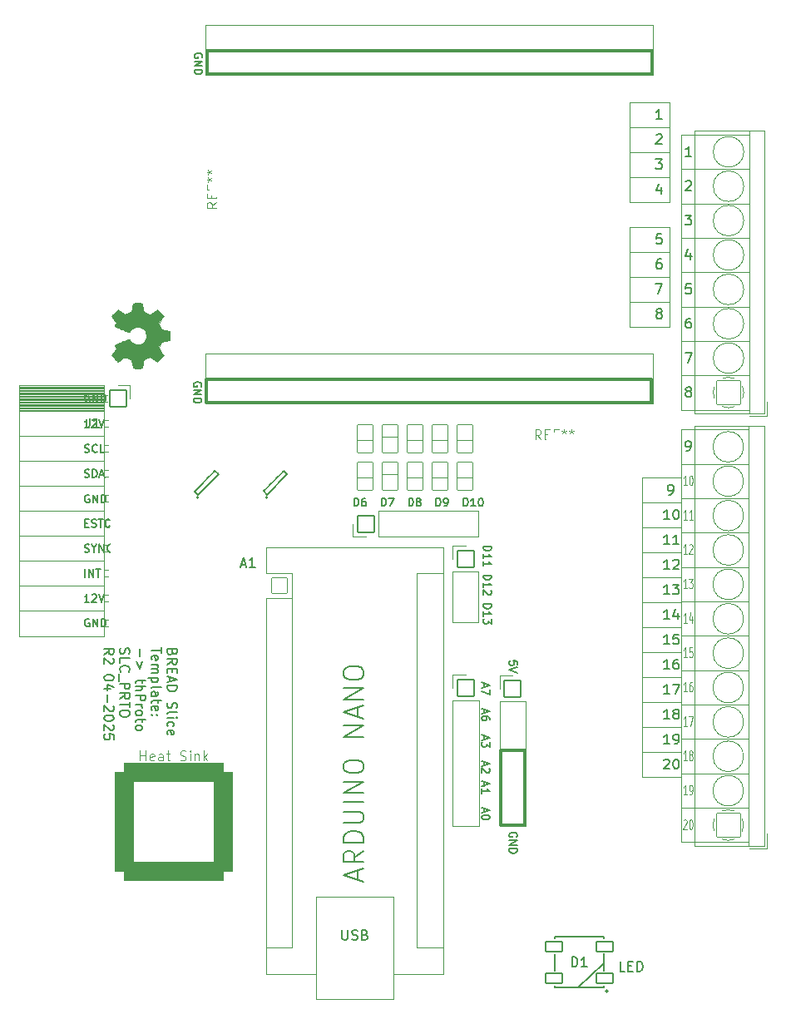
<source format=gbr>
%TF.GenerationSoftware,KiCad,Pcbnew,9.0.1*%
%TF.CreationDate,2025-05-07T10:30:00-04:00*%
%TF.ProjectId,BREAD_Slice,42524541-445f-4536-9c69-63655f746850,rev?*%
%TF.SameCoordinates,PX74eba40PY8552dc0*%
%TF.FileFunction,Legend,Top*%
%TF.FilePolarity,Positive*%
%FSLAX46Y46*%
G04 Gerber Fmt 4.6, Leading zero omitted, Abs format (unit mm)*
G04 Created by KiCad (PCBNEW 9.0.1) date 2025-05-07 10:30:00*
%MOMM*%
%LPD*%
G01*
G04 APERTURE LIST*
G04 Aperture macros list*
%AMRoundRect*
0 Rectangle with rounded corners*
0 $1 Rounding radius*
0 $2 $3 $4 $5 $6 $7 $8 $9 X,Y pos of 4 corners*
0 Add a 4 corners polygon primitive as box body*
4,1,4,$2,$3,$4,$5,$6,$7,$8,$9,$2,$3,0*
0 Add four circle primitives for the rounded corners*
1,1,$1+$1,$2,$3*
1,1,$1+$1,$4,$5*
1,1,$1+$1,$6,$7*
1,1,$1+$1,$8,$9*
0 Add four rect primitives between the rounded corners*
20,1,$1+$1,$2,$3,$4,$5,0*
20,1,$1+$1,$4,$5,$6,$7,0*
20,1,$1+$1,$6,$7,$8,$9,0*
20,1,$1+$1,$8,$9,$2,$3,0*%
G04 Aperture macros list end*
%ADD10C,0.100000*%
%ADD11C,0.300000*%
%ADD12C,0.125000*%
%ADD13C,0.150000*%
%ADD14C,0.200000*%
%ADD15C,0.120000*%
%ADD16C,0.010000*%
%ADD17C,0.177800*%
%ADD18R,1.600000X1.600000*%
%ADD19C,2.060000*%
%ADD20C,5.100000*%
%ADD21RoundRect,0.050000X-0.800000X-0.800000X0.800000X-0.800000X0.800000X0.800000X-0.800000X0.800000X0*%
%ADD22O,1.700000X1.700000*%
%ADD23RoundRect,0.050000X-0.850000X-0.850000X0.850000X-0.850000X0.850000X0.850000X-0.850000X0.850000X0*%
%ADD24O,1.800000X1.800000*%
%ADD25RoundRect,1.008333X-5.041667X-5.041667X5.041667X-5.041667X5.041667X5.041667X-5.041667X5.041667X0*%
%ADD26RoundRect,0.050000X0.800000X-0.800000X0.800000X0.800000X-0.800000X0.800000X-0.800000X-0.800000X0*%
%ADD27RoundRect,0.101600X-0.825500X-0.500000X0.825500X-0.500000X0.825500X0.500000X-0.825500X0.500000X0*%
%ADD28RoundRect,0.050000X0.850000X-0.850000X0.850000X0.850000X-0.850000X0.850000X-0.850000X-0.850000X0*%
%ADD29C,2.160000*%
%ADD30RoundRect,0.050000X1.078338X-0.689429X-0.689429X1.078338X-1.078338X0.689429X0.689429X-1.078338X0*%
%ADD31C,1.624000*%
%ADD32RoundRect,0.050000X1.200000X-1.200000X1.200000X1.200000X-1.200000X1.200000X-1.200000X-1.200000X0*%
%ADD33C,2.500000*%
%ADD34RoundRect,0.050000X-0.800000X0.800000X-0.800000X-0.800000X0.800000X-0.800000X0.800000X0.800000X0*%
G04 APERTURE END LIST*
D10*
X56875000Y35640000D02*
X60875000Y35640000D01*
X60875000Y33100000D01*
X56875000Y33100000D01*
X56875000Y35640000D01*
X56875000Y53420000D02*
X60875000Y53420000D01*
X60875000Y50880000D01*
X56875000Y50880000D01*
X56875000Y53420000D01*
X60925000Y74300000D02*
X67825000Y74300000D01*
X67825000Y70800000D01*
X60925000Y70800000D01*
X60925000Y74300000D01*
X55675000Y73840000D02*
X59675000Y73840000D01*
X59675000Y71300000D01*
X55675000Y71300000D01*
X55675000Y73840000D01*
D11*
X42512500Y25600000D02*
X44950000Y25600000D01*
X44950000Y18025000D01*
X42512500Y18025000D01*
X42512500Y25600000D01*
D10*
X60925000Y67300000D02*
X67825000Y67300000D01*
X67825000Y63800000D01*
X60925000Y63800000D01*
X60925000Y67300000D01*
X55675000Y84000000D02*
X59675000Y84000000D01*
X59675000Y81460000D01*
X55675000Y81460000D01*
X55675000Y84000000D01*
X60875000Y19800000D02*
X67775000Y19800000D01*
X67775000Y16300000D01*
X60875000Y16300000D01*
X60875000Y19800000D01*
X56875000Y43260000D02*
X60875000Y43260000D01*
X60875000Y40720000D01*
X56875000Y40720000D01*
X56875000Y43260000D01*
X60875000Y40800000D02*
X67775000Y40800000D01*
X67775000Y37300000D01*
X60875000Y37300000D01*
X60875000Y40800000D01*
X55675000Y91620000D02*
X59675000Y91620000D01*
X59675000Y89080000D01*
X55675000Y89080000D01*
X55675000Y91620000D01*
X60875000Y44300000D02*
X67775000Y44300000D01*
X67775000Y40800000D01*
X60875000Y40800000D01*
X60875000Y44300000D01*
X56875000Y48340000D02*
X60875000Y48340000D01*
X60875000Y45800000D01*
X56875000Y45800000D01*
X56875000Y48340000D01*
X56875000Y33100000D02*
X60875000Y33100000D01*
X60875000Y30560000D01*
X56875000Y30560000D01*
X56875000Y33100000D01*
X56875000Y30560000D02*
X60875000Y30560000D01*
X60875000Y28020000D01*
X56875000Y28020000D01*
X56875000Y30560000D01*
X56875000Y50880000D02*
X60875000Y50880000D01*
X60875000Y48340000D01*
X56875000Y48340000D01*
X56875000Y50880000D01*
X60875000Y58300000D02*
X67775000Y58300000D01*
X67775000Y54800000D01*
X60875000Y54800000D01*
X60875000Y58300000D01*
X60875000Y23300000D02*
X67775000Y23300000D01*
X67775000Y19800000D01*
X60875000Y19800000D01*
X60875000Y23300000D01*
X55675000Y86540000D02*
X59675000Y86540000D01*
X59675000Y84000000D01*
X55675000Y84000000D01*
X55675000Y86540000D01*
X56875000Y40720000D02*
X60875000Y40720000D01*
X60875000Y38180000D01*
X56875000Y38180000D01*
X56875000Y40720000D01*
X56875000Y45800000D02*
X60875000Y45800000D01*
X60875000Y43260000D01*
X56875000Y43260000D01*
X56875000Y45800000D01*
X60925000Y77800000D02*
X67825000Y77800000D01*
X67825000Y74300000D01*
X60925000Y74300000D01*
X60925000Y77800000D01*
X60875000Y51300000D02*
X67775000Y51300000D01*
X67775000Y47800000D01*
X60875000Y47800000D01*
X60875000Y51300000D01*
X60875000Y37300000D02*
X67775000Y37300000D01*
X67775000Y33800000D01*
X60875000Y33800000D01*
X60875000Y37300000D01*
X60925000Y88300000D02*
X67825000Y88300000D01*
X67825000Y84800000D01*
X60925000Y84800000D01*
X60925000Y88300000D01*
X60925000Y84800000D02*
X67825000Y84800000D01*
X67825000Y81300000D01*
X60925000Y81300000D01*
X60925000Y84800000D01*
X55675000Y89080000D02*
X59675000Y89080000D01*
X59675000Y86540000D01*
X55675000Y86540000D01*
X55675000Y89080000D01*
X60875000Y54800000D02*
X67775000Y54800000D01*
X67775000Y51300000D01*
X60875000Y51300000D01*
X60875000Y54800000D01*
X60925000Y81300000D02*
X67825000Y81300000D01*
X67825000Y77800000D01*
X60925000Y77800000D01*
X60925000Y81300000D01*
X55675000Y78920000D02*
X59675000Y78920000D01*
X59675000Y76380000D01*
X55675000Y76380000D01*
X55675000Y78920000D01*
X56875000Y25480000D02*
X60875000Y25480000D01*
X60875000Y22940000D01*
X56875000Y22940000D01*
X56875000Y25480000D01*
X60875000Y26800000D02*
X67775000Y26800000D01*
X67775000Y23300000D01*
X60875000Y23300000D01*
X60875000Y26800000D01*
X60875000Y30300000D02*
X67775000Y30300000D01*
X67775000Y26800000D01*
X60875000Y26800000D01*
X60875000Y30300000D01*
D11*
X12580000Y63360000D02*
X57855000Y63360000D01*
X57855000Y61060000D01*
X12580000Y61060000D01*
X12580000Y63360000D01*
X12650000Y96800000D02*
X57950000Y96800000D01*
X57950000Y94500000D01*
X12650000Y94500000D01*
X12650000Y96800000D01*
D10*
X55675000Y71300000D02*
X59675000Y71300000D01*
X59675000Y68760000D01*
X55675000Y68760000D01*
X55675000Y71300000D01*
X56875000Y28020000D02*
X60875000Y28020000D01*
X60875000Y25480000D01*
X56875000Y25480000D01*
X56875000Y28020000D01*
X56875000Y38180000D02*
X60875000Y38180000D01*
X60875000Y35640000D01*
X56875000Y35640000D01*
X56875000Y38180000D01*
X55675000Y76380000D02*
X59675000Y76380000D01*
X59675000Y73840000D01*
X55675000Y73840000D01*
X55675000Y76380000D01*
X60875000Y33800000D02*
X67775000Y33800000D01*
X67775000Y30300000D01*
X60875000Y30300000D01*
X60875000Y33800000D01*
X60925000Y70800000D02*
X67825000Y70800000D01*
X67825000Y67300000D01*
X60925000Y67300000D01*
X60925000Y70800000D01*
X60875000Y47800000D02*
X67775000Y47800000D01*
X67775000Y44300000D01*
X60875000Y44300000D01*
X60875000Y47800000D01*
X60925000Y63800000D02*
X67825000Y63800000D01*
X67825000Y60300000D01*
X60925000Y60300000D01*
X60925000Y63800000D01*
D12*
X61464378Y31603881D02*
X61121521Y31603881D01*
X61292950Y31603881D02*
X61292950Y32603881D01*
X61292950Y32603881D02*
X61235807Y32461024D01*
X61235807Y32461024D02*
X61178664Y32365786D01*
X61178664Y32365786D02*
X61121521Y32318167D01*
X61978665Y32603881D02*
X61864379Y32603881D01*
X61864379Y32603881D02*
X61807236Y32556262D01*
X61807236Y32556262D02*
X61778665Y32508643D01*
X61778665Y32508643D02*
X61721522Y32365786D01*
X61721522Y32365786D02*
X61692950Y32175310D01*
X61692950Y32175310D02*
X61692950Y31794358D01*
X61692950Y31794358D02*
X61721522Y31699120D01*
X61721522Y31699120D02*
X61750093Y31651500D01*
X61750093Y31651500D02*
X61807236Y31603881D01*
X61807236Y31603881D02*
X61921522Y31603881D01*
X61921522Y31603881D02*
X61978665Y31651500D01*
X61978665Y31651500D02*
X62007236Y31699120D01*
X62007236Y31699120D02*
X62035807Y31794358D01*
X62035807Y31794358D02*
X62035807Y32032453D01*
X62035807Y32032453D02*
X62007236Y32127691D01*
X62007236Y32127691D02*
X61978665Y32175310D01*
X61978665Y32175310D02*
X61921522Y32222929D01*
X61921522Y32222929D02*
X61807236Y32222929D01*
X61807236Y32222929D02*
X61750093Y32175310D01*
X61750093Y32175310D02*
X61721522Y32127691D01*
X61721522Y32127691D02*
X61692950Y32032453D01*
X61464378Y28103881D02*
X61121521Y28103881D01*
X61292950Y28103881D02*
X61292950Y29103881D01*
X61292950Y29103881D02*
X61235807Y28961024D01*
X61235807Y28961024D02*
X61178664Y28865786D01*
X61178664Y28865786D02*
X61121521Y28818167D01*
X61664379Y29103881D02*
X62064379Y29103881D01*
X62064379Y29103881D02*
X61807236Y28103881D01*
D13*
X620238Y51624610D02*
X544048Y51662705D01*
X544048Y51662705D02*
X429762Y51662705D01*
X429762Y51662705D02*
X315476Y51624610D01*
X315476Y51624610D02*
X239286Y51548420D01*
X239286Y51548420D02*
X201191Y51472229D01*
X201191Y51472229D02*
X163095Y51319848D01*
X163095Y51319848D02*
X163095Y51205562D01*
X163095Y51205562D02*
X201191Y51053181D01*
X201191Y51053181D02*
X239286Y50976991D01*
X239286Y50976991D02*
X315476Y50900800D01*
X315476Y50900800D02*
X429762Y50862705D01*
X429762Y50862705D02*
X505953Y50862705D01*
X505953Y50862705D02*
X620238Y50900800D01*
X620238Y50900800D02*
X658334Y50938896D01*
X658334Y50938896D02*
X658334Y51205562D01*
X658334Y51205562D02*
X505953Y51205562D01*
X1001191Y50862705D02*
X1001191Y51662705D01*
X1001191Y51662705D02*
X1458334Y50862705D01*
X1458334Y50862705D02*
X1458334Y51662705D01*
X1839286Y50862705D02*
X1839286Y51662705D01*
X1839286Y51662705D02*
X2029762Y51662705D01*
X2029762Y51662705D02*
X2144048Y51624610D01*
X2144048Y51624610D02*
X2220238Y51548420D01*
X2220238Y51548420D02*
X2258333Y51472229D01*
X2258333Y51472229D02*
X2296429Y51319848D01*
X2296429Y51319848D02*
X2296429Y51205562D01*
X2296429Y51205562D02*
X2258333Y51053181D01*
X2258333Y51053181D02*
X2220238Y50976991D01*
X2220238Y50976991D02*
X2144048Y50900800D01*
X2144048Y50900800D02*
X2029762Y50862705D01*
X2029762Y50862705D02*
X1839286Y50862705D01*
D12*
X61464378Y35103881D02*
X61121521Y35103881D01*
X61292950Y35103881D02*
X61292950Y36103881D01*
X61292950Y36103881D02*
X61235807Y35961024D01*
X61235807Y35961024D02*
X61178664Y35865786D01*
X61178664Y35865786D02*
X61121521Y35818167D01*
X62007236Y36103881D02*
X61721522Y36103881D01*
X61721522Y36103881D02*
X61692950Y35627691D01*
X61692950Y35627691D02*
X61721522Y35675310D01*
X61721522Y35675310D02*
X61778665Y35722929D01*
X61778665Y35722929D02*
X61921522Y35722929D01*
X61921522Y35722929D02*
X61978665Y35675310D01*
X61978665Y35675310D02*
X62007236Y35627691D01*
X62007236Y35627691D02*
X62035807Y35532453D01*
X62035807Y35532453D02*
X62035807Y35294358D01*
X62035807Y35294358D02*
X62007236Y35199120D01*
X62007236Y35199120D02*
X61978665Y35151500D01*
X61978665Y35151500D02*
X61921522Y35103881D01*
X61921522Y35103881D02*
X61778665Y35103881D01*
X61778665Y35103881D02*
X61721522Y35151500D01*
X61721522Y35151500D02*
X61692950Y35199120D01*
D14*
X40758304Y46377946D02*
X41558304Y46377946D01*
X41558304Y46377946D02*
X41558304Y46187470D01*
X41558304Y46187470D02*
X41520209Y46073184D01*
X41520209Y46073184D02*
X41444019Y45996994D01*
X41444019Y45996994D02*
X41367828Y45958899D01*
X41367828Y45958899D02*
X41215447Y45920803D01*
X41215447Y45920803D02*
X41101161Y45920803D01*
X41101161Y45920803D02*
X40948780Y45958899D01*
X40948780Y45958899D02*
X40872590Y45996994D01*
X40872590Y45996994D02*
X40796400Y46073184D01*
X40796400Y46073184D02*
X40758304Y46187470D01*
X40758304Y46187470D02*
X40758304Y46377946D01*
X40758304Y45158899D02*
X40758304Y45616042D01*
X40758304Y45387470D02*
X41558304Y45387470D01*
X41558304Y45387470D02*
X41444019Y45463661D01*
X41444019Y45463661D02*
X41367828Y45539851D01*
X41367828Y45539851D02*
X41329733Y45616042D01*
X40758304Y44396994D02*
X40758304Y44854137D01*
X40758304Y44625565D02*
X41558304Y44625565D01*
X41558304Y44625565D02*
X41444019Y44701756D01*
X41444019Y44701756D02*
X41367828Y44777946D01*
X41367828Y44777946D02*
X41329733Y44854137D01*
X40758304Y43444612D02*
X41558304Y43444612D01*
X41558304Y43444612D02*
X41558304Y43254136D01*
X41558304Y43254136D02*
X41520209Y43139850D01*
X41520209Y43139850D02*
X41444019Y43063660D01*
X41444019Y43063660D02*
X41367828Y43025565D01*
X41367828Y43025565D02*
X41215447Y42987469D01*
X41215447Y42987469D02*
X41101161Y42987469D01*
X41101161Y42987469D02*
X40948780Y43025565D01*
X40948780Y43025565D02*
X40872590Y43063660D01*
X40872590Y43063660D02*
X40796400Y43139850D01*
X40796400Y43139850D02*
X40758304Y43254136D01*
X40758304Y43254136D02*
X40758304Y43444612D01*
X40758304Y42225565D02*
X40758304Y42682708D01*
X40758304Y42454136D02*
X41558304Y42454136D01*
X41558304Y42454136D02*
X41444019Y42530327D01*
X41444019Y42530327D02*
X41367828Y42606517D01*
X41367828Y42606517D02*
X41329733Y42682708D01*
X41482114Y41920803D02*
X41520209Y41882707D01*
X41520209Y41882707D02*
X41558304Y41806517D01*
X41558304Y41806517D02*
X41558304Y41616041D01*
X41558304Y41616041D02*
X41520209Y41539850D01*
X41520209Y41539850D02*
X41482114Y41501755D01*
X41482114Y41501755D02*
X41405923Y41463660D01*
X41405923Y41463660D02*
X41329733Y41463660D01*
X41329733Y41463660D02*
X41215447Y41501755D01*
X41215447Y41501755D02*
X40758304Y41958898D01*
X40758304Y41958898D02*
X40758304Y41463660D01*
X40758304Y40511278D02*
X41558304Y40511278D01*
X41558304Y40511278D02*
X41558304Y40320802D01*
X41558304Y40320802D02*
X41520209Y40206516D01*
X41520209Y40206516D02*
X41444019Y40130326D01*
X41444019Y40130326D02*
X41367828Y40092231D01*
X41367828Y40092231D02*
X41215447Y40054135D01*
X41215447Y40054135D02*
X41101161Y40054135D01*
X41101161Y40054135D02*
X40948780Y40092231D01*
X40948780Y40092231D02*
X40872590Y40130326D01*
X40872590Y40130326D02*
X40796400Y40206516D01*
X40796400Y40206516D02*
X40758304Y40320802D01*
X40758304Y40320802D02*
X40758304Y40511278D01*
X40758304Y39292231D02*
X40758304Y39749374D01*
X40758304Y39520802D02*
X41558304Y39520802D01*
X41558304Y39520802D02*
X41444019Y39596993D01*
X41444019Y39596993D02*
X41367828Y39673183D01*
X41367828Y39673183D02*
X41329733Y39749374D01*
X41558304Y39025564D02*
X41558304Y38530326D01*
X41558304Y38530326D02*
X41253542Y38796992D01*
X41253542Y38796992D02*
X41253542Y38682707D01*
X41253542Y38682707D02*
X41215447Y38606516D01*
X41215447Y38606516D02*
X41177352Y38568421D01*
X41177352Y38568421D02*
X41101161Y38530326D01*
X41101161Y38530326D02*
X40910685Y38530326D01*
X40910685Y38530326D02*
X40834495Y38568421D01*
X40834495Y38568421D02*
X40796400Y38606516D01*
X40796400Y38606516D02*
X40758304Y38682707D01*
X40758304Y38682707D02*
X40758304Y38911278D01*
X40758304Y38911278D02*
X40796400Y38987469D01*
X40796400Y38987469D02*
X40834495Y39025564D01*
D12*
X61464378Y24603881D02*
X61121521Y24603881D01*
X61292950Y24603881D02*
X61292950Y25603881D01*
X61292950Y25603881D02*
X61235807Y25461024D01*
X61235807Y25461024D02*
X61178664Y25365786D01*
X61178664Y25365786D02*
X61121521Y25318167D01*
X61807236Y25175310D02*
X61750093Y25222929D01*
X61750093Y25222929D02*
X61721522Y25270548D01*
X61721522Y25270548D02*
X61692950Y25365786D01*
X61692950Y25365786D02*
X61692950Y25413405D01*
X61692950Y25413405D02*
X61721522Y25508643D01*
X61721522Y25508643D02*
X61750093Y25556262D01*
X61750093Y25556262D02*
X61807236Y25603881D01*
X61807236Y25603881D02*
X61921522Y25603881D01*
X61921522Y25603881D02*
X61978665Y25556262D01*
X61978665Y25556262D02*
X62007236Y25508643D01*
X62007236Y25508643D02*
X62035807Y25413405D01*
X62035807Y25413405D02*
X62035807Y25365786D01*
X62035807Y25365786D02*
X62007236Y25270548D01*
X62007236Y25270548D02*
X61978665Y25222929D01*
X61978665Y25222929D02*
X61921522Y25175310D01*
X61921522Y25175310D02*
X61807236Y25175310D01*
X61807236Y25175310D02*
X61750093Y25127691D01*
X61750093Y25127691D02*
X61721522Y25080072D01*
X61721522Y25080072D02*
X61692950Y24984834D01*
X61692950Y24984834D02*
X61692950Y24794358D01*
X61692950Y24794358D02*
X61721522Y24699120D01*
X61721522Y24699120D02*
X61750093Y24651500D01*
X61750093Y24651500D02*
X61807236Y24603881D01*
X61807236Y24603881D02*
X61921522Y24603881D01*
X61921522Y24603881D02*
X61978665Y24651500D01*
X61978665Y24651500D02*
X62007236Y24699120D01*
X62007236Y24699120D02*
X62035807Y24794358D01*
X62035807Y24794358D02*
X62035807Y24984834D01*
X62035807Y24984834D02*
X62007236Y25080072D01*
X62007236Y25080072D02*
X61978665Y25127691D01*
X61978665Y25127691D02*
X61921522Y25175310D01*
D14*
X59122054Y24637543D02*
X59169673Y24685162D01*
X59169673Y24685162D02*
X59264911Y24732781D01*
X59264911Y24732781D02*
X59503006Y24732781D01*
X59503006Y24732781D02*
X59598244Y24685162D01*
X59598244Y24685162D02*
X59645863Y24637543D01*
X59645863Y24637543D02*
X59693482Y24542305D01*
X59693482Y24542305D02*
X59693482Y24447067D01*
X59693482Y24447067D02*
X59645863Y24304210D01*
X59645863Y24304210D02*
X59074435Y23732781D01*
X59074435Y23732781D02*
X59693482Y23732781D01*
X60312530Y24732781D02*
X60407768Y24732781D01*
X60407768Y24732781D02*
X60503006Y24685162D01*
X60503006Y24685162D02*
X60550625Y24637543D01*
X60550625Y24637543D02*
X60598244Y24542305D01*
X60598244Y24542305D02*
X60645863Y24351829D01*
X60645863Y24351829D02*
X60645863Y24113734D01*
X60645863Y24113734D02*
X60598244Y23923258D01*
X60598244Y23923258D02*
X60550625Y23828020D01*
X60550625Y23828020D02*
X60503006Y23780400D01*
X60503006Y23780400D02*
X60407768Y23732781D01*
X60407768Y23732781D02*
X60312530Y23732781D01*
X60312530Y23732781D02*
X60217292Y23780400D01*
X60217292Y23780400D02*
X60169673Y23828020D01*
X60169673Y23828020D02*
X60122054Y23923258D01*
X60122054Y23923258D02*
X60074435Y24113734D01*
X60074435Y24113734D02*
X60074435Y24351829D01*
X60074435Y24351829D02*
X60122054Y24542305D01*
X60122054Y24542305D02*
X60169673Y24637543D01*
X60169673Y24637543D02*
X60217292Y24685162D01*
X60217292Y24685162D02*
X60312530Y24732781D01*
X59693482Y26272781D02*
X59122054Y26272781D01*
X59407768Y26272781D02*
X59407768Y27272781D01*
X59407768Y27272781D02*
X59312530Y27129924D01*
X59312530Y27129924D02*
X59217292Y27034686D01*
X59217292Y27034686D02*
X59122054Y26987067D01*
X60169673Y26272781D02*
X60360149Y26272781D01*
X60360149Y26272781D02*
X60455387Y26320400D01*
X60455387Y26320400D02*
X60503006Y26368020D01*
X60503006Y26368020D02*
X60598244Y26510877D01*
X60598244Y26510877D02*
X60645863Y26701353D01*
X60645863Y26701353D02*
X60645863Y27082305D01*
X60645863Y27082305D02*
X60598244Y27177543D01*
X60598244Y27177543D02*
X60550625Y27225162D01*
X60550625Y27225162D02*
X60455387Y27272781D01*
X60455387Y27272781D02*
X60264911Y27272781D01*
X60264911Y27272781D02*
X60169673Y27225162D01*
X60169673Y27225162D02*
X60122054Y27177543D01*
X60122054Y27177543D02*
X60074435Y27082305D01*
X60074435Y27082305D02*
X60074435Y26844210D01*
X60074435Y26844210D02*
X60122054Y26748972D01*
X60122054Y26748972D02*
X60169673Y26701353D01*
X60169673Y26701353D02*
X60264911Y26653734D01*
X60264911Y26653734D02*
X60455387Y26653734D01*
X60455387Y26653734D02*
X60550625Y26701353D01*
X60550625Y26701353D02*
X60598244Y26748972D01*
X60598244Y26748972D02*
X60645863Y26844210D01*
X58823244Y82929448D02*
X58823244Y82262781D01*
X58585149Y83310400D02*
X58347054Y82596115D01*
X58347054Y82596115D02*
X58966101Y82596115D01*
X61299435Y66107781D02*
X61966101Y66107781D01*
X61966101Y66107781D02*
X61537530Y65107781D01*
X61823244Y76274448D02*
X61823244Y75607781D01*
X61585149Y76655400D02*
X61347054Y75941115D01*
X61347054Y75941115D02*
X61966101Y75941115D01*
D12*
X61464378Y49103881D02*
X61121521Y49103881D01*
X61292950Y49103881D02*
X61292950Y50103881D01*
X61292950Y50103881D02*
X61235807Y49961024D01*
X61235807Y49961024D02*
X61178664Y49865786D01*
X61178664Y49865786D02*
X61121521Y49818167D01*
X62035807Y49103881D02*
X61692950Y49103881D01*
X61864379Y49103881D02*
X61864379Y50103881D01*
X61864379Y50103881D02*
X61807236Y49961024D01*
X61807236Y49961024D02*
X61750093Y49865786D01*
X61750093Y49865786D02*
X61692950Y49818167D01*
D14*
X59693482Y33892781D02*
X59122054Y33892781D01*
X59407768Y33892781D02*
X59407768Y34892781D01*
X59407768Y34892781D02*
X59312530Y34749924D01*
X59312530Y34749924D02*
X59217292Y34654686D01*
X59217292Y34654686D02*
X59122054Y34607067D01*
X60550625Y34892781D02*
X60360149Y34892781D01*
X60360149Y34892781D02*
X60264911Y34845162D01*
X60264911Y34845162D02*
X60217292Y34797543D01*
X60217292Y34797543D02*
X60122054Y34654686D01*
X60122054Y34654686D02*
X60074435Y34464210D01*
X60074435Y34464210D02*
X60074435Y34083258D01*
X60074435Y34083258D02*
X60122054Y33988020D01*
X60122054Y33988020D02*
X60169673Y33940400D01*
X60169673Y33940400D02*
X60264911Y33892781D01*
X60264911Y33892781D02*
X60455387Y33892781D01*
X60455387Y33892781D02*
X60550625Y33940400D01*
X60550625Y33940400D02*
X60598244Y33988020D01*
X60598244Y33988020D02*
X60645863Y34083258D01*
X60645863Y34083258D02*
X60645863Y34321353D01*
X60645863Y34321353D02*
X60598244Y34416591D01*
X60598244Y34416591D02*
X60550625Y34464210D01*
X60550625Y34464210D02*
X60455387Y34511829D01*
X60455387Y34511829D02*
X60264911Y34511829D01*
X60264911Y34511829D02*
X60169673Y34464210D01*
X60169673Y34464210D02*
X60122054Y34416591D01*
X60122054Y34416591D02*
X60074435Y34321353D01*
X59693482Y41512781D02*
X59122054Y41512781D01*
X59407768Y41512781D02*
X59407768Y42512781D01*
X59407768Y42512781D02*
X59312530Y42369924D01*
X59312530Y42369924D02*
X59217292Y42274686D01*
X59217292Y42274686D02*
X59122054Y42227067D01*
X60026816Y42512781D02*
X60645863Y42512781D01*
X60645863Y42512781D02*
X60312530Y42131829D01*
X60312530Y42131829D02*
X60455387Y42131829D01*
X60455387Y42131829D02*
X60550625Y42084210D01*
X60550625Y42084210D02*
X60598244Y42036591D01*
X60598244Y42036591D02*
X60645863Y41941353D01*
X60645863Y41941353D02*
X60645863Y41703258D01*
X60645863Y41703258D02*
X60598244Y41608020D01*
X60598244Y41608020D02*
X60550625Y41560400D01*
X60550625Y41560400D02*
X60455387Y41512781D01*
X60455387Y41512781D02*
X60169673Y41512781D01*
X60169673Y41512781D02*
X60074435Y41560400D01*
X60074435Y41560400D02*
X60026816Y41608020D01*
D13*
X55157142Y3145181D02*
X54680952Y3145181D01*
X54680952Y3145181D02*
X54680952Y4145181D01*
X55490476Y3668991D02*
X55823809Y3668991D01*
X55966666Y3145181D02*
X55490476Y3145181D01*
X55490476Y3145181D02*
X55490476Y4145181D01*
X55490476Y4145181D02*
X55966666Y4145181D01*
X56395238Y3145181D02*
X56395238Y4145181D01*
X56395238Y4145181D02*
X56633333Y4145181D01*
X56633333Y4145181D02*
X56776190Y4097562D01*
X56776190Y4097562D02*
X56871428Y4002324D01*
X56871428Y4002324D02*
X56919047Y3907086D01*
X56919047Y3907086D02*
X56966666Y3716610D01*
X56966666Y3716610D02*
X56966666Y3573753D01*
X56966666Y3573753D02*
X56919047Y3383277D01*
X56919047Y3383277D02*
X56871428Y3288039D01*
X56871428Y3288039D02*
X56776190Y3192800D01*
X56776190Y3192800D02*
X56633333Y3145181D01*
X56633333Y3145181D02*
X56395238Y3145181D01*
D14*
X58870863Y78182781D02*
X58394673Y78182781D01*
X58394673Y78182781D02*
X58347054Y77706591D01*
X58347054Y77706591D02*
X58394673Y77754210D01*
X58394673Y77754210D02*
X58489911Y77801829D01*
X58489911Y77801829D02*
X58728006Y77801829D01*
X58728006Y77801829D02*
X58823244Y77754210D01*
X58823244Y77754210D02*
X58870863Y77706591D01*
X58870863Y77706591D02*
X58918482Y77611353D01*
X58918482Y77611353D02*
X58918482Y77373258D01*
X58918482Y77373258D02*
X58870863Y77278020D01*
X58870863Y77278020D02*
X58823244Y77230400D01*
X58823244Y77230400D02*
X58728006Y77182781D01*
X58728006Y77182781D02*
X58489911Y77182781D01*
X58489911Y77182781D02*
X58394673Y77230400D01*
X58394673Y77230400D02*
X58347054Y77278020D01*
X61870863Y73107781D02*
X61394673Y73107781D01*
X61394673Y73107781D02*
X61347054Y72631591D01*
X61347054Y72631591D02*
X61394673Y72679210D01*
X61394673Y72679210D02*
X61489911Y72726829D01*
X61489911Y72726829D02*
X61728006Y72726829D01*
X61728006Y72726829D02*
X61823244Y72679210D01*
X61823244Y72679210D02*
X61870863Y72631591D01*
X61870863Y72631591D02*
X61918482Y72536353D01*
X61918482Y72536353D02*
X61918482Y72298258D01*
X61918482Y72298258D02*
X61870863Y72203020D01*
X61870863Y72203020D02*
X61823244Y72155400D01*
X61823244Y72155400D02*
X61728006Y72107781D01*
X61728006Y72107781D02*
X61489911Y72107781D01*
X61489911Y72107781D02*
X61394673Y72155400D01*
X61394673Y72155400D02*
X61347054Y72203020D01*
D13*
X620238Y40712705D02*
X163095Y40712705D01*
X391667Y40712705D02*
X391667Y41512705D01*
X391667Y41512705D02*
X315476Y41398420D01*
X315476Y41398420D02*
X239286Y41322229D01*
X239286Y41322229D02*
X163095Y41284134D01*
X925000Y41436515D02*
X963096Y41474610D01*
X963096Y41474610D02*
X1039286Y41512705D01*
X1039286Y41512705D02*
X1229762Y41512705D01*
X1229762Y41512705D02*
X1305953Y41474610D01*
X1305953Y41474610D02*
X1344048Y41436515D01*
X1344048Y41436515D02*
X1382143Y41360324D01*
X1382143Y41360324D02*
X1382143Y41284134D01*
X1382143Y41284134D02*
X1344048Y41169848D01*
X1344048Y41169848D02*
X886905Y40712705D01*
X886905Y40712705D02*
X1382143Y40712705D01*
X1610715Y41512705D02*
X1877382Y40712705D01*
X1877382Y40712705D02*
X2144048Y41512705D01*
D14*
X58299435Y85802781D02*
X58918482Y85802781D01*
X58918482Y85802781D02*
X58585149Y85421829D01*
X58585149Y85421829D02*
X58728006Y85421829D01*
X58728006Y85421829D02*
X58823244Y85374210D01*
X58823244Y85374210D02*
X58870863Y85326591D01*
X58870863Y85326591D02*
X58918482Y85231353D01*
X58918482Y85231353D02*
X58918482Y84993258D01*
X58918482Y84993258D02*
X58870863Y84898020D01*
X58870863Y84898020D02*
X58823244Y84850400D01*
X58823244Y84850400D02*
X58728006Y84802781D01*
X58728006Y84802781D02*
X58442292Y84802781D01*
X58442292Y84802781D02*
X58347054Y84850400D01*
X58347054Y84850400D02*
X58299435Y84898020D01*
X44145209Y16833899D02*
X44183304Y16910089D01*
X44183304Y16910089D02*
X44183304Y17024375D01*
X44183304Y17024375D02*
X44145209Y17138661D01*
X44145209Y17138661D02*
X44069019Y17214851D01*
X44069019Y17214851D02*
X43992828Y17252946D01*
X43992828Y17252946D02*
X43840447Y17291042D01*
X43840447Y17291042D02*
X43726161Y17291042D01*
X43726161Y17291042D02*
X43573780Y17252946D01*
X43573780Y17252946D02*
X43497590Y17214851D01*
X43497590Y17214851D02*
X43421400Y17138661D01*
X43421400Y17138661D02*
X43383304Y17024375D01*
X43383304Y17024375D02*
X43383304Y16948184D01*
X43383304Y16948184D02*
X43421400Y16833899D01*
X43421400Y16833899D02*
X43459495Y16795803D01*
X43459495Y16795803D02*
X43726161Y16795803D01*
X43726161Y16795803D02*
X43726161Y16948184D01*
X43383304Y16452946D02*
X44183304Y16452946D01*
X44183304Y16452946D02*
X43383304Y15995803D01*
X43383304Y15995803D02*
X44183304Y15995803D01*
X43383304Y15614851D02*
X44183304Y15614851D01*
X44183304Y15614851D02*
X44183304Y15424375D01*
X44183304Y15424375D02*
X44145209Y15310089D01*
X44145209Y15310089D02*
X44069019Y15233899D01*
X44069019Y15233899D02*
X43992828Y15195804D01*
X43992828Y15195804D02*
X43840447Y15157708D01*
X43840447Y15157708D02*
X43726161Y15157708D01*
X43726161Y15157708D02*
X43573780Y15195804D01*
X43573780Y15195804D02*
X43497590Y15233899D01*
X43497590Y15233899D02*
X43421400Y15310089D01*
X43421400Y15310089D02*
X43383304Y15424375D01*
X43383304Y15424375D02*
X43383304Y15614851D01*
D13*
X163095Y45850800D02*
X277381Y45812705D01*
X277381Y45812705D02*
X467857Y45812705D01*
X467857Y45812705D02*
X544048Y45850800D01*
X544048Y45850800D02*
X582143Y45888896D01*
X582143Y45888896D02*
X620238Y45965086D01*
X620238Y45965086D02*
X620238Y46041277D01*
X620238Y46041277D02*
X582143Y46117467D01*
X582143Y46117467D02*
X544048Y46155562D01*
X544048Y46155562D02*
X467857Y46193658D01*
X467857Y46193658D02*
X315476Y46231753D01*
X315476Y46231753D02*
X239286Y46269848D01*
X239286Y46269848D02*
X201191Y46307943D01*
X201191Y46307943D02*
X163095Y46384134D01*
X163095Y46384134D02*
X163095Y46460324D01*
X163095Y46460324D02*
X201191Y46536515D01*
X201191Y46536515D02*
X239286Y46574610D01*
X239286Y46574610D02*
X315476Y46612705D01*
X315476Y46612705D02*
X505953Y46612705D01*
X505953Y46612705D02*
X620238Y46574610D01*
X1115477Y46193658D02*
X1115477Y45812705D01*
X848810Y46612705D02*
X1115477Y46193658D01*
X1115477Y46193658D02*
X1382143Y46612705D01*
X1648810Y45812705D02*
X1648810Y46612705D01*
X1648810Y46612705D02*
X2105953Y45812705D01*
X2105953Y45812705D02*
X2105953Y46612705D01*
X2944048Y45888896D02*
X2905952Y45850800D01*
X2905952Y45850800D02*
X2791667Y45812705D01*
X2791667Y45812705D02*
X2715476Y45812705D01*
X2715476Y45812705D02*
X2601190Y45850800D01*
X2601190Y45850800D02*
X2525000Y45926991D01*
X2525000Y45926991D02*
X2486905Y46003181D01*
X2486905Y46003181D02*
X2448809Y46155562D01*
X2448809Y46155562D02*
X2448809Y46269848D01*
X2448809Y46269848D02*
X2486905Y46422229D01*
X2486905Y46422229D02*
X2525000Y46498420D01*
X2525000Y46498420D02*
X2601190Y46574610D01*
X2601190Y46574610D02*
X2715476Y46612705D01*
X2715476Y46612705D02*
X2791667Y46612705D01*
X2791667Y46612705D02*
X2905952Y46574610D01*
X2905952Y46574610D02*
X2944048Y46536515D01*
X620238Y38974610D02*
X544048Y39012705D01*
X544048Y39012705D02*
X429762Y39012705D01*
X429762Y39012705D02*
X315476Y38974610D01*
X315476Y38974610D02*
X239286Y38898420D01*
X239286Y38898420D02*
X201191Y38822229D01*
X201191Y38822229D02*
X163095Y38669848D01*
X163095Y38669848D02*
X163095Y38555562D01*
X163095Y38555562D02*
X201191Y38403181D01*
X201191Y38403181D02*
X239286Y38326991D01*
X239286Y38326991D02*
X315476Y38250800D01*
X315476Y38250800D02*
X429762Y38212705D01*
X429762Y38212705D02*
X505953Y38212705D01*
X505953Y38212705D02*
X620238Y38250800D01*
X620238Y38250800D02*
X658334Y38288896D01*
X658334Y38288896D02*
X658334Y38555562D01*
X658334Y38555562D02*
X505953Y38555562D01*
X1001191Y38212705D02*
X1001191Y39012705D01*
X1001191Y39012705D02*
X1458334Y38212705D01*
X1458334Y38212705D02*
X1458334Y39012705D01*
X1839286Y38212705D02*
X1839286Y39012705D01*
X1839286Y39012705D02*
X2029762Y39012705D01*
X2029762Y39012705D02*
X2144048Y38974610D01*
X2144048Y38974610D02*
X2220238Y38898420D01*
X2220238Y38898420D02*
X2258333Y38822229D01*
X2258333Y38822229D02*
X2296429Y38669848D01*
X2296429Y38669848D02*
X2296429Y38555562D01*
X2296429Y38555562D02*
X2258333Y38403181D01*
X2258333Y38403181D02*
X2220238Y38326991D01*
X2220238Y38326991D02*
X2144048Y38250800D01*
X2144048Y38250800D02*
X2029762Y38212705D01*
X2029762Y38212705D02*
X1839286Y38212705D01*
X9088878Y35629888D02*
X9041259Y35487031D01*
X9041259Y35487031D02*
X8993640Y35439412D01*
X8993640Y35439412D02*
X8898402Y35391793D01*
X8898402Y35391793D02*
X8755545Y35391793D01*
X8755545Y35391793D02*
X8660307Y35439412D01*
X8660307Y35439412D02*
X8612688Y35487031D01*
X8612688Y35487031D02*
X8565068Y35582269D01*
X8565068Y35582269D02*
X8565068Y35963221D01*
X8565068Y35963221D02*
X9565068Y35963221D01*
X9565068Y35963221D02*
X9565068Y35629888D01*
X9565068Y35629888D02*
X9517449Y35534650D01*
X9517449Y35534650D02*
X9469830Y35487031D01*
X9469830Y35487031D02*
X9374592Y35439412D01*
X9374592Y35439412D02*
X9279354Y35439412D01*
X9279354Y35439412D02*
X9184116Y35487031D01*
X9184116Y35487031D02*
X9136497Y35534650D01*
X9136497Y35534650D02*
X9088878Y35629888D01*
X9088878Y35629888D02*
X9088878Y35963221D01*
X8565068Y34391793D02*
X9041259Y34725126D01*
X8565068Y34963221D02*
X9565068Y34963221D01*
X9565068Y34963221D02*
X9565068Y34582269D01*
X9565068Y34582269D02*
X9517449Y34487031D01*
X9517449Y34487031D02*
X9469830Y34439412D01*
X9469830Y34439412D02*
X9374592Y34391793D01*
X9374592Y34391793D02*
X9231735Y34391793D01*
X9231735Y34391793D02*
X9136497Y34439412D01*
X9136497Y34439412D02*
X9088878Y34487031D01*
X9088878Y34487031D02*
X9041259Y34582269D01*
X9041259Y34582269D02*
X9041259Y34963221D01*
X9088878Y33963221D02*
X9088878Y33629888D01*
X8565068Y33487031D02*
X8565068Y33963221D01*
X8565068Y33963221D02*
X9565068Y33963221D01*
X9565068Y33963221D02*
X9565068Y33487031D01*
X8850783Y33106078D02*
X8850783Y32629888D01*
X8565068Y33201316D02*
X9565068Y32867983D01*
X9565068Y32867983D02*
X8565068Y32534650D01*
X8565068Y32201316D02*
X9565068Y32201316D01*
X9565068Y32201316D02*
X9565068Y31963221D01*
X9565068Y31963221D02*
X9517449Y31820364D01*
X9517449Y31820364D02*
X9422211Y31725126D01*
X9422211Y31725126D02*
X9326973Y31677507D01*
X9326973Y31677507D02*
X9136497Y31629888D01*
X9136497Y31629888D02*
X8993640Y31629888D01*
X8993640Y31629888D02*
X8803164Y31677507D01*
X8803164Y31677507D02*
X8707926Y31725126D01*
X8707926Y31725126D02*
X8612688Y31820364D01*
X8612688Y31820364D02*
X8565068Y31963221D01*
X8565068Y31963221D02*
X8565068Y32201316D01*
X8612688Y30487030D02*
X8565068Y30344173D01*
X8565068Y30344173D02*
X8565068Y30106078D01*
X8565068Y30106078D02*
X8612688Y30010840D01*
X8612688Y30010840D02*
X8660307Y29963221D01*
X8660307Y29963221D02*
X8755545Y29915602D01*
X8755545Y29915602D02*
X8850783Y29915602D01*
X8850783Y29915602D02*
X8946021Y29963221D01*
X8946021Y29963221D02*
X8993640Y30010840D01*
X8993640Y30010840D02*
X9041259Y30106078D01*
X9041259Y30106078D02*
X9088878Y30296554D01*
X9088878Y30296554D02*
X9136497Y30391792D01*
X9136497Y30391792D02*
X9184116Y30439411D01*
X9184116Y30439411D02*
X9279354Y30487030D01*
X9279354Y30487030D02*
X9374592Y30487030D01*
X9374592Y30487030D02*
X9469830Y30439411D01*
X9469830Y30439411D02*
X9517449Y30391792D01*
X9517449Y30391792D02*
X9565068Y30296554D01*
X9565068Y30296554D02*
X9565068Y30058459D01*
X9565068Y30058459D02*
X9517449Y29915602D01*
X8565068Y29344173D02*
X8612688Y29439411D01*
X8612688Y29439411D02*
X8707926Y29487030D01*
X8707926Y29487030D02*
X9565068Y29487030D01*
X8565068Y28963220D02*
X9231735Y28963220D01*
X9565068Y28963220D02*
X9517449Y29010839D01*
X9517449Y29010839D02*
X9469830Y28963220D01*
X9469830Y28963220D02*
X9517449Y28915601D01*
X9517449Y28915601D02*
X9565068Y28963220D01*
X9565068Y28963220D02*
X9469830Y28963220D01*
X8612688Y28058459D02*
X8565068Y28153697D01*
X8565068Y28153697D02*
X8565068Y28344173D01*
X8565068Y28344173D02*
X8612688Y28439411D01*
X8612688Y28439411D02*
X8660307Y28487030D01*
X8660307Y28487030D02*
X8755545Y28534649D01*
X8755545Y28534649D02*
X9041259Y28534649D01*
X9041259Y28534649D02*
X9136497Y28487030D01*
X9136497Y28487030D02*
X9184116Y28439411D01*
X9184116Y28439411D02*
X9231735Y28344173D01*
X9231735Y28344173D02*
X9231735Y28153697D01*
X9231735Y28153697D02*
X9184116Y28058459D01*
X8612688Y27248935D02*
X8565068Y27344173D01*
X8565068Y27344173D02*
X8565068Y27534649D01*
X8565068Y27534649D02*
X8612688Y27629887D01*
X8612688Y27629887D02*
X8707926Y27677506D01*
X8707926Y27677506D02*
X9088878Y27677506D01*
X9088878Y27677506D02*
X9184116Y27629887D01*
X9184116Y27629887D02*
X9231735Y27534649D01*
X9231735Y27534649D02*
X9231735Y27344173D01*
X9231735Y27344173D02*
X9184116Y27248935D01*
X9184116Y27248935D02*
X9088878Y27201316D01*
X9088878Y27201316D02*
X8993640Y27201316D01*
X8993640Y27201316D02*
X8898402Y27677506D01*
X7955124Y36106078D02*
X7955124Y35534650D01*
X6955124Y35820364D02*
X7955124Y35820364D01*
X7002744Y34820364D02*
X6955124Y34915602D01*
X6955124Y34915602D02*
X6955124Y35106078D01*
X6955124Y35106078D02*
X7002744Y35201316D01*
X7002744Y35201316D02*
X7097982Y35248935D01*
X7097982Y35248935D02*
X7478934Y35248935D01*
X7478934Y35248935D02*
X7574172Y35201316D01*
X7574172Y35201316D02*
X7621791Y35106078D01*
X7621791Y35106078D02*
X7621791Y34915602D01*
X7621791Y34915602D02*
X7574172Y34820364D01*
X7574172Y34820364D02*
X7478934Y34772745D01*
X7478934Y34772745D02*
X7383696Y34772745D01*
X7383696Y34772745D02*
X7288458Y35248935D01*
X6955124Y34344173D02*
X7621791Y34344173D01*
X7526553Y34344173D02*
X7574172Y34296554D01*
X7574172Y34296554D02*
X7621791Y34201316D01*
X7621791Y34201316D02*
X7621791Y34058459D01*
X7621791Y34058459D02*
X7574172Y33963221D01*
X7574172Y33963221D02*
X7478934Y33915602D01*
X7478934Y33915602D02*
X6955124Y33915602D01*
X7478934Y33915602D02*
X7574172Y33867983D01*
X7574172Y33867983D02*
X7621791Y33772745D01*
X7621791Y33772745D02*
X7621791Y33629888D01*
X7621791Y33629888D02*
X7574172Y33534649D01*
X7574172Y33534649D02*
X7478934Y33487030D01*
X7478934Y33487030D02*
X6955124Y33487030D01*
X7621791Y33010840D02*
X6621791Y33010840D01*
X7574172Y33010840D02*
X7621791Y32915602D01*
X7621791Y32915602D02*
X7621791Y32725126D01*
X7621791Y32725126D02*
X7574172Y32629888D01*
X7574172Y32629888D02*
X7526553Y32582269D01*
X7526553Y32582269D02*
X7431315Y32534650D01*
X7431315Y32534650D02*
X7145601Y32534650D01*
X7145601Y32534650D02*
X7050363Y32582269D01*
X7050363Y32582269D02*
X7002744Y32629888D01*
X7002744Y32629888D02*
X6955124Y32725126D01*
X6955124Y32725126D02*
X6955124Y32915602D01*
X6955124Y32915602D02*
X7002744Y33010840D01*
X6955124Y31963221D02*
X7002744Y32058459D01*
X7002744Y32058459D02*
X7097982Y32106078D01*
X7097982Y32106078D02*
X7955124Y32106078D01*
X6955124Y31153697D02*
X7478934Y31153697D01*
X7478934Y31153697D02*
X7574172Y31201316D01*
X7574172Y31201316D02*
X7621791Y31296554D01*
X7621791Y31296554D02*
X7621791Y31487030D01*
X7621791Y31487030D02*
X7574172Y31582268D01*
X7002744Y31153697D02*
X6955124Y31248935D01*
X6955124Y31248935D02*
X6955124Y31487030D01*
X6955124Y31487030D02*
X7002744Y31582268D01*
X7002744Y31582268D02*
X7097982Y31629887D01*
X7097982Y31629887D02*
X7193220Y31629887D01*
X7193220Y31629887D02*
X7288458Y31582268D01*
X7288458Y31582268D02*
X7336077Y31487030D01*
X7336077Y31487030D02*
X7336077Y31248935D01*
X7336077Y31248935D02*
X7383696Y31153697D01*
X7621791Y30820363D02*
X7621791Y30439411D01*
X7955124Y30677506D02*
X7097982Y30677506D01*
X7097982Y30677506D02*
X7002744Y30629887D01*
X7002744Y30629887D02*
X6955124Y30534649D01*
X6955124Y30534649D02*
X6955124Y30439411D01*
X7002744Y29725125D02*
X6955124Y29820363D01*
X6955124Y29820363D02*
X6955124Y30010839D01*
X6955124Y30010839D02*
X7002744Y30106077D01*
X7002744Y30106077D02*
X7097982Y30153696D01*
X7097982Y30153696D02*
X7478934Y30153696D01*
X7478934Y30153696D02*
X7574172Y30106077D01*
X7574172Y30106077D02*
X7621791Y30010839D01*
X7621791Y30010839D02*
X7621791Y29820363D01*
X7621791Y29820363D02*
X7574172Y29725125D01*
X7574172Y29725125D02*
X7478934Y29677506D01*
X7478934Y29677506D02*
X7383696Y29677506D01*
X7383696Y29677506D02*
X7288458Y30153696D01*
X7050363Y29248934D02*
X7002744Y29201315D01*
X7002744Y29201315D02*
X6955124Y29248934D01*
X6955124Y29248934D02*
X7002744Y29296553D01*
X7002744Y29296553D02*
X7050363Y29248934D01*
X7050363Y29248934D02*
X6955124Y29248934D01*
X7574172Y29248934D02*
X7526553Y29201315D01*
X7526553Y29201315D02*
X7478934Y29248934D01*
X7478934Y29248934D02*
X7526553Y29296553D01*
X7526553Y29296553D02*
X7574172Y29248934D01*
X7574172Y29248934D02*
X7478934Y29248934D01*
X5726133Y35963221D02*
X5726133Y35201316D01*
X6011847Y34725126D02*
X5726133Y33963221D01*
X5726133Y33963221D02*
X5440419Y34725126D01*
X6011847Y32867983D02*
X6011847Y32487031D01*
X6345180Y32725126D02*
X5488038Y32725126D01*
X5488038Y32725126D02*
X5392800Y32677507D01*
X5392800Y32677507D02*
X5345180Y32582269D01*
X5345180Y32582269D02*
X5345180Y32487031D01*
X5345180Y32153697D02*
X6345180Y32153697D01*
X5345180Y31725126D02*
X5868990Y31725126D01*
X5868990Y31725126D02*
X5964228Y31772745D01*
X5964228Y31772745D02*
X6011847Y31867983D01*
X6011847Y31867983D02*
X6011847Y32010840D01*
X6011847Y32010840D02*
X5964228Y32106078D01*
X5964228Y32106078D02*
X5916609Y32153697D01*
X5345180Y31248935D02*
X6345180Y31248935D01*
X6345180Y31248935D02*
X6345180Y30867983D01*
X6345180Y30867983D02*
X6297561Y30772745D01*
X6297561Y30772745D02*
X6249942Y30725126D01*
X6249942Y30725126D02*
X6154704Y30677507D01*
X6154704Y30677507D02*
X6011847Y30677507D01*
X6011847Y30677507D02*
X5916609Y30725126D01*
X5916609Y30725126D02*
X5868990Y30772745D01*
X5868990Y30772745D02*
X5821371Y30867983D01*
X5821371Y30867983D02*
X5821371Y31248935D01*
X5345180Y30248935D02*
X6011847Y30248935D01*
X5821371Y30248935D02*
X5916609Y30201316D01*
X5916609Y30201316D02*
X5964228Y30153697D01*
X5964228Y30153697D02*
X6011847Y30058459D01*
X6011847Y30058459D02*
X6011847Y29963221D01*
X5345180Y29487030D02*
X5392800Y29582268D01*
X5392800Y29582268D02*
X5440419Y29629887D01*
X5440419Y29629887D02*
X5535657Y29677506D01*
X5535657Y29677506D02*
X5821371Y29677506D01*
X5821371Y29677506D02*
X5916609Y29629887D01*
X5916609Y29629887D02*
X5964228Y29582268D01*
X5964228Y29582268D02*
X6011847Y29487030D01*
X6011847Y29487030D02*
X6011847Y29344173D01*
X6011847Y29344173D02*
X5964228Y29248935D01*
X5964228Y29248935D02*
X5916609Y29201316D01*
X5916609Y29201316D02*
X5821371Y29153697D01*
X5821371Y29153697D02*
X5535657Y29153697D01*
X5535657Y29153697D02*
X5440419Y29201316D01*
X5440419Y29201316D02*
X5392800Y29248935D01*
X5392800Y29248935D02*
X5345180Y29344173D01*
X5345180Y29344173D02*
X5345180Y29487030D01*
X6011847Y28867982D02*
X6011847Y28487030D01*
X6345180Y28725125D02*
X5488038Y28725125D01*
X5488038Y28725125D02*
X5392800Y28677506D01*
X5392800Y28677506D02*
X5345180Y28582268D01*
X5345180Y28582268D02*
X5345180Y28487030D01*
X5345180Y28010839D02*
X5392800Y28106077D01*
X5392800Y28106077D02*
X5440419Y28153696D01*
X5440419Y28153696D02*
X5535657Y28201315D01*
X5535657Y28201315D02*
X5821371Y28201315D01*
X5821371Y28201315D02*
X5916609Y28153696D01*
X5916609Y28153696D02*
X5964228Y28106077D01*
X5964228Y28106077D02*
X6011847Y28010839D01*
X6011847Y28010839D02*
X6011847Y27867982D01*
X6011847Y27867982D02*
X5964228Y27772744D01*
X5964228Y27772744D02*
X5916609Y27725125D01*
X5916609Y27725125D02*
X5821371Y27677506D01*
X5821371Y27677506D02*
X5535657Y27677506D01*
X5535657Y27677506D02*
X5440419Y27725125D01*
X5440419Y27725125D02*
X5392800Y27772744D01*
X5392800Y27772744D02*
X5345180Y27867982D01*
X5345180Y27867982D02*
X5345180Y28010839D01*
X3782856Y36010840D02*
X3735236Y35867983D01*
X3735236Y35867983D02*
X3735236Y35629888D01*
X3735236Y35629888D02*
X3782856Y35534650D01*
X3782856Y35534650D02*
X3830475Y35487031D01*
X3830475Y35487031D02*
X3925713Y35439412D01*
X3925713Y35439412D02*
X4020951Y35439412D01*
X4020951Y35439412D02*
X4116189Y35487031D01*
X4116189Y35487031D02*
X4163808Y35534650D01*
X4163808Y35534650D02*
X4211427Y35629888D01*
X4211427Y35629888D02*
X4259046Y35820364D01*
X4259046Y35820364D02*
X4306665Y35915602D01*
X4306665Y35915602D02*
X4354284Y35963221D01*
X4354284Y35963221D02*
X4449522Y36010840D01*
X4449522Y36010840D02*
X4544760Y36010840D01*
X4544760Y36010840D02*
X4639998Y35963221D01*
X4639998Y35963221D02*
X4687617Y35915602D01*
X4687617Y35915602D02*
X4735236Y35820364D01*
X4735236Y35820364D02*
X4735236Y35582269D01*
X4735236Y35582269D02*
X4687617Y35439412D01*
X3735236Y34534650D02*
X3735236Y35010840D01*
X3735236Y35010840D02*
X4735236Y35010840D01*
X3830475Y33629888D02*
X3782856Y33677507D01*
X3782856Y33677507D02*
X3735236Y33820364D01*
X3735236Y33820364D02*
X3735236Y33915602D01*
X3735236Y33915602D02*
X3782856Y34058459D01*
X3782856Y34058459D02*
X3878094Y34153697D01*
X3878094Y34153697D02*
X3973332Y34201316D01*
X3973332Y34201316D02*
X4163808Y34248935D01*
X4163808Y34248935D02*
X4306665Y34248935D01*
X4306665Y34248935D02*
X4497141Y34201316D01*
X4497141Y34201316D02*
X4592379Y34153697D01*
X4592379Y34153697D02*
X4687617Y34058459D01*
X4687617Y34058459D02*
X4735236Y33915602D01*
X4735236Y33915602D02*
X4735236Y33820364D01*
X4735236Y33820364D02*
X4687617Y33677507D01*
X4687617Y33677507D02*
X4639998Y33629888D01*
X3639998Y33439411D02*
X3639998Y32677507D01*
X3735236Y32439411D02*
X4735236Y32439411D01*
X4735236Y32439411D02*
X4735236Y32058459D01*
X4735236Y32058459D02*
X4687617Y31963221D01*
X4687617Y31963221D02*
X4639998Y31915602D01*
X4639998Y31915602D02*
X4544760Y31867983D01*
X4544760Y31867983D02*
X4401903Y31867983D01*
X4401903Y31867983D02*
X4306665Y31915602D01*
X4306665Y31915602D02*
X4259046Y31963221D01*
X4259046Y31963221D02*
X4211427Y32058459D01*
X4211427Y32058459D02*
X4211427Y32439411D01*
X3735236Y30867983D02*
X4211427Y31201316D01*
X3735236Y31439411D02*
X4735236Y31439411D01*
X4735236Y31439411D02*
X4735236Y31058459D01*
X4735236Y31058459D02*
X4687617Y30963221D01*
X4687617Y30963221D02*
X4639998Y30915602D01*
X4639998Y30915602D02*
X4544760Y30867983D01*
X4544760Y30867983D02*
X4401903Y30867983D01*
X4401903Y30867983D02*
X4306665Y30915602D01*
X4306665Y30915602D02*
X4259046Y30963221D01*
X4259046Y30963221D02*
X4211427Y31058459D01*
X4211427Y31058459D02*
X4211427Y31439411D01*
X4735236Y30582268D02*
X4735236Y30010840D01*
X3735236Y30296554D02*
X4735236Y30296554D01*
X4735236Y29487030D02*
X4735236Y29296554D01*
X4735236Y29296554D02*
X4687617Y29201316D01*
X4687617Y29201316D02*
X4592379Y29106078D01*
X4592379Y29106078D02*
X4401903Y29058459D01*
X4401903Y29058459D02*
X4068570Y29058459D01*
X4068570Y29058459D02*
X3878094Y29106078D01*
X3878094Y29106078D02*
X3782856Y29201316D01*
X3782856Y29201316D02*
X3735236Y29296554D01*
X3735236Y29296554D02*
X3735236Y29487030D01*
X3735236Y29487030D02*
X3782856Y29582268D01*
X3782856Y29582268D02*
X3878094Y29677506D01*
X3878094Y29677506D02*
X4068570Y29725125D01*
X4068570Y29725125D02*
X4401903Y29725125D01*
X4401903Y29725125D02*
X4592379Y29677506D01*
X4592379Y29677506D02*
X4687617Y29582268D01*
X4687617Y29582268D02*
X4735236Y29487030D01*
X2125292Y35391793D02*
X2601483Y35725126D01*
X2125292Y35963221D02*
X3125292Y35963221D01*
X3125292Y35963221D02*
X3125292Y35582269D01*
X3125292Y35582269D02*
X3077673Y35487031D01*
X3077673Y35487031D02*
X3030054Y35439412D01*
X3030054Y35439412D02*
X2934816Y35391793D01*
X2934816Y35391793D02*
X2791959Y35391793D01*
X2791959Y35391793D02*
X2696721Y35439412D01*
X2696721Y35439412D02*
X2649102Y35487031D01*
X2649102Y35487031D02*
X2601483Y35582269D01*
X2601483Y35582269D02*
X2601483Y35963221D01*
X3030054Y35010840D02*
X3077673Y34963221D01*
X3077673Y34963221D02*
X3125292Y34867983D01*
X3125292Y34867983D02*
X3125292Y34629888D01*
X3125292Y34629888D02*
X3077673Y34534650D01*
X3077673Y34534650D02*
X3030054Y34487031D01*
X3030054Y34487031D02*
X2934816Y34439412D01*
X2934816Y34439412D02*
X2839578Y34439412D01*
X2839578Y34439412D02*
X2696721Y34487031D01*
X2696721Y34487031D02*
X2125292Y35058459D01*
X2125292Y35058459D02*
X2125292Y34439412D01*
X3125292Y33058459D02*
X3125292Y32963221D01*
X3125292Y32963221D02*
X3077673Y32867983D01*
X3077673Y32867983D02*
X3030054Y32820364D01*
X3030054Y32820364D02*
X2934816Y32772745D01*
X2934816Y32772745D02*
X2744340Y32725126D01*
X2744340Y32725126D02*
X2506245Y32725126D01*
X2506245Y32725126D02*
X2315769Y32772745D01*
X2315769Y32772745D02*
X2220531Y32820364D01*
X2220531Y32820364D02*
X2172912Y32867983D01*
X2172912Y32867983D02*
X2125292Y32963221D01*
X2125292Y32963221D02*
X2125292Y33058459D01*
X2125292Y33058459D02*
X2172912Y33153697D01*
X2172912Y33153697D02*
X2220531Y33201316D01*
X2220531Y33201316D02*
X2315769Y33248935D01*
X2315769Y33248935D02*
X2506245Y33296554D01*
X2506245Y33296554D02*
X2744340Y33296554D01*
X2744340Y33296554D02*
X2934816Y33248935D01*
X2934816Y33248935D02*
X3030054Y33201316D01*
X3030054Y33201316D02*
X3077673Y33153697D01*
X3077673Y33153697D02*
X3125292Y33058459D01*
X2791959Y31867983D02*
X2125292Y31867983D01*
X3172912Y32106078D02*
X2458626Y32344173D01*
X2458626Y32344173D02*
X2458626Y31725126D01*
X2506245Y31344173D02*
X2506245Y30582268D01*
X3030054Y30153697D02*
X3077673Y30106078D01*
X3077673Y30106078D02*
X3125292Y30010840D01*
X3125292Y30010840D02*
X3125292Y29772745D01*
X3125292Y29772745D02*
X3077673Y29677507D01*
X3077673Y29677507D02*
X3030054Y29629888D01*
X3030054Y29629888D02*
X2934816Y29582269D01*
X2934816Y29582269D02*
X2839578Y29582269D01*
X2839578Y29582269D02*
X2696721Y29629888D01*
X2696721Y29629888D02*
X2125292Y30201316D01*
X2125292Y30201316D02*
X2125292Y29582269D01*
X3125292Y28963221D02*
X3125292Y28867983D01*
X3125292Y28867983D02*
X3077673Y28772745D01*
X3077673Y28772745D02*
X3030054Y28725126D01*
X3030054Y28725126D02*
X2934816Y28677507D01*
X2934816Y28677507D02*
X2744340Y28629888D01*
X2744340Y28629888D02*
X2506245Y28629888D01*
X2506245Y28629888D02*
X2315769Y28677507D01*
X2315769Y28677507D02*
X2220531Y28725126D01*
X2220531Y28725126D02*
X2172912Y28772745D01*
X2172912Y28772745D02*
X2125292Y28867983D01*
X2125292Y28867983D02*
X2125292Y28963221D01*
X2125292Y28963221D02*
X2172912Y29058459D01*
X2172912Y29058459D02*
X2220531Y29106078D01*
X2220531Y29106078D02*
X2315769Y29153697D01*
X2315769Y29153697D02*
X2506245Y29201316D01*
X2506245Y29201316D02*
X2744340Y29201316D01*
X2744340Y29201316D02*
X2934816Y29153697D01*
X2934816Y29153697D02*
X3030054Y29106078D01*
X3030054Y29106078D02*
X3077673Y29058459D01*
X3077673Y29058459D02*
X3125292Y28963221D01*
X3030054Y28248935D02*
X3077673Y28201316D01*
X3077673Y28201316D02*
X3125292Y28106078D01*
X3125292Y28106078D02*
X3125292Y27867983D01*
X3125292Y27867983D02*
X3077673Y27772745D01*
X3077673Y27772745D02*
X3030054Y27725126D01*
X3030054Y27725126D02*
X2934816Y27677507D01*
X2934816Y27677507D02*
X2839578Y27677507D01*
X2839578Y27677507D02*
X2696721Y27725126D01*
X2696721Y27725126D02*
X2125292Y28296554D01*
X2125292Y28296554D02*
X2125292Y27677507D01*
X3125292Y26772745D02*
X3125292Y27248935D01*
X3125292Y27248935D02*
X2649102Y27296554D01*
X2649102Y27296554D02*
X2696721Y27248935D01*
X2696721Y27248935D02*
X2744340Y27153697D01*
X2744340Y27153697D02*
X2744340Y26915602D01*
X2744340Y26915602D02*
X2696721Y26820364D01*
X2696721Y26820364D02*
X2649102Y26772745D01*
X2649102Y26772745D02*
X2553864Y26725126D01*
X2553864Y26725126D02*
X2315769Y26725126D01*
X2315769Y26725126D02*
X2220531Y26772745D01*
X2220531Y26772745D02*
X2172912Y26820364D01*
X2172912Y26820364D02*
X2125292Y26915602D01*
X2125292Y26915602D02*
X2125292Y27153697D01*
X2125292Y27153697D02*
X2172912Y27248935D01*
X2172912Y27248935D02*
X2220531Y27296554D01*
X620238Y61824610D02*
X544048Y61862705D01*
X544048Y61862705D02*
X429762Y61862705D01*
X429762Y61862705D02*
X315476Y61824610D01*
X315476Y61824610D02*
X239286Y61748420D01*
X239286Y61748420D02*
X201191Y61672229D01*
X201191Y61672229D02*
X163095Y61519848D01*
X163095Y61519848D02*
X163095Y61405562D01*
X163095Y61405562D02*
X201191Y61253181D01*
X201191Y61253181D02*
X239286Y61176991D01*
X239286Y61176991D02*
X315476Y61100800D01*
X315476Y61100800D02*
X429762Y61062705D01*
X429762Y61062705D02*
X505953Y61062705D01*
X505953Y61062705D02*
X620238Y61100800D01*
X620238Y61100800D02*
X658334Y61138896D01*
X658334Y61138896D02*
X658334Y61405562D01*
X658334Y61405562D02*
X505953Y61405562D01*
X1001191Y61062705D02*
X1001191Y61862705D01*
X1001191Y61862705D02*
X1458334Y61062705D01*
X1458334Y61062705D02*
X1458334Y61862705D01*
X1839286Y61062705D02*
X1839286Y61862705D01*
X1839286Y61862705D02*
X2029762Y61862705D01*
X2029762Y61862705D02*
X2144048Y61824610D01*
X2144048Y61824610D02*
X2220238Y61748420D01*
X2220238Y61748420D02*
X2258333Y61672229D01*
X2258333Y61672229D02*
X2296429Y61519848D01*
X2296429Y61519848D02*
X2296429Y61405562D01*
X2296429Y61405562D02*
X2258333Y61253181D01*
X2258333Y61253181D02*
X2220238Y61176991D01*
X2220238Y61176991D02*
X2144048Y61100800D01*
X2144048Y61100800D02*
X2029762Y61062705D01*
X2029762Y61062705D02*
X1839286Y61062705D01*
D14*
X59693482Y44052781D02*
X59122054Y44052781D01*
X59407768Y44052781D02*
X59407768Y45052781D01*
X59407768Y45052781D02*
X59312530Y44909924D01*
X59312530Y44909924D02*
X59217292Y44814686D01*
X59217292Y44814686D02*
X59122054Y44767067D01*
X60074435Y44957543D02*
X60122054Y45005162D01*
X60122054Y45005162D02*
X60217292Y45052781D01*
X60217292Y45052781D02*
X60455387Y45052781D01*
X60455387Y45052781D02*
X60550625Y45005162D01*
X60550625Y45005162D02*
X60598244Y44957543D01*
X60598244Y44957543D02*
X60645863Y44862305D01*
X60645863Y44862305D02*
X60645863Y44767067D01*
X60645863Y44767067D02*
X60598244Y44624210D01*
X60598244Y44624210D02*
X60026816Y44052781D01*
X60026816Y44052781D02*
X60645863Y44052781D01*
X12095209Y96133899D02*
X12133304Y96210089D01*
X12133304Y96210089D02*
X12133304Y96324375D01*
X12133304Y96324375D02*
X12095209Y96438661D01*
X12095209Y96438661D02*
X12019019Y96514851D01*
X12019019Y96514851D02*
X11942828Y96552946D01*
X11942828Y96552946D02*
X11790447Y96591042D01*
X11790447Y96591042D02*
X11676161Y96591042D01*
X11676161Y96591042D02*
X11523780Y96552946D01*
X11523780Y96552946D02*
X11447590Y96514851D01*
X11447590Y96514851D02*
X11371400Y96438661D01*
X11371400Y96438661D02*
X11333304Y96324375D01*
X11333304Y96324375D02*
X11333304Y96248184D01*
X11333304Y96248184D02*
X11371400Y96133899D01*
X11371400Y96133899D02*
X11409495Y96095803D01*
X11409495Y96095803D02*
X11676161Y96095803D01*
X11676161Y96095803D02*
X11676161Y96248184D01*
X11333304Y95752946D02*
X12133304Y95752946D01*
X12133304Y95752946D02*
X11333304Y95295803D01*
X11333304Y95295803D02*
X12133304Y95295803D01*
X11333304Y94914851D02*
X12133304Y94914851D01*
X12133304Y94914851D02*
X12133304Y94724375D01*
X12133304Y94724375D02*
X12095209Y94610089D01*
X12095209Y94610089D02*
X12019019Y94533899D01*
X12019019Y94533899D02*
X11942828Y94495804D01*
X11942828Y94495804D02*
X11790447Y94457708D01*
X11790447Y94457708D02*
X11676161Y94457708D01*
X11676161Y94457708D02*
X11523780Y94495804D01*
X11523780Y94495804D02*
X11447590Y94533899D01*
X11447590Y94533899D02*
X11371400Y94610089D01*
X11371400Y94610089D02*
X11333304Y94724375D01*
X11333304Y94724375D02*
X11333304Y94914851D01*
X40811876Y32466042D02*
X40811876Y32085089D01*
X40583304Y32542232D02*
X41383304Y32275565D01*
X41383304Y32275565D02*
X40583304Y32008899D01*
X41383304Y31818423D02*
X41383304Y31285089D01*
X41383304Y31285089D02*
X40583304Y31627947D01*
X40811876Y29799375D02*
X40811876Y29418422D01*
X40583304Y29875565D02*
X41383304Y29608898D01*
X41383304Y29608898D02*
X40583304Y29342232D01*
X41383304Y28732708D02*
X41383304Y28885089D01*
X41383304Y28885089D02*
X41345209Y28961280D01*
X41345209Y28961280D02*
X41307114Y28999375D01*
X41307114Y28999375D02*
X41192828Y29075565D01*
X41192828Y29075565D02*
X41040447Y29113661D01*
X41040447Y29113661D02*
X40735685Y29113661D01*
X40735685Y29113661D02*
X40659495Y29075565D01*
X40659495Y29075565D02*
X40621400Y29037470D01*
X40621400Y29037470D02*
X40583304Y28961280D01*
X40583304Y28961280D02*
X40583304Y28808899D01*
X40583304Y28808899D02*
X40621400Y28732708D01*
X40621400Y28732708D02*
X40659495Y28694613D01*
X40659495Y28694613D02*
X40735685Y28656518D01*
X40735685Y28656518D02*
X40926161Y28656518D01*
X40926161Y28656518D02*
X41002352Y28694613D01*
X41002352Y28694613D02*
X41040447Y28732708D01*
X41040447Y28732708D02*
X41078542Y28808899D01*
X41078542Y28808899D02*
X41078542Y28961280D01*
X41078542Y28961280D02*
X41040447Y29037470D01*
X41040447Y29037470D02*
X41002352Y29075565D01*
X41002352Y29075565D02*
X40926161Y29113661D01*
X40811876Y27132708D02*
X40811876Y26751755D01*
X40583304Y27208898D02*
X41383304Y26942231D01*
X41383304Y26942231D02*
X40583304Y26675565D01*
X41383304Y26485089D02*
X41383304Y25989851D01*
X41383304Y25989851D02*
X41078542Y26256517D01*
X41078542Y26256517D02*
X41078542Y26142232D01*
X41078542Y26142232D02*
X41040447Y26066041D01*
X41040447Y26066041D02*
X41002352Y26027946D01*
X41002352Y26027946D02*
X40926161Y25989851D01*
X40926161Y25989851D02*
X40735685Y25989851D01*
X40735685Y25989851D02*
X40659495Y26027946D01*
X40659495Y26027946D02*
X40621400Y26066041D01*
X40621400Y26066041D02*
X40583304Y26142232D01*
X40583304Y26142232D02*
X40583304Y26370803D01*
X40583304Y26370803D02*
X40621400Y26446994D01*
X40621400Y26446994D02*
X40659495Y26485089D01*
X40811876Y24466041D02*
X40811876Y24085088D01*
X40583304Y24542231D02*
X41383304Y24275564D01*
X41383304Y24275564D02*
X40583304Y24008898D01*
X41307114Y23780327D02*
X41345209Y23742231D01*
X41345209Y23742231D02*
X41383304Y23666041D01*
X41383304Y23666041D02*
X41383304Y23475565D01*
X41383304Y23475565D02*
X41345209Y23399374D01*
X41345209Y23399374D02*
X41307114Y23361279D01*
X41307114Y23361279D02*
X41230923Y23323184D01*
X41230923Y23323184D02*
X41154733Y23323184D01*
X41154733Y23323184D02*
X41040447Y23361279D01*
X41040447Y23361279D02*
X40583304Y23818422D01*
X40583304Y23818422D02*
X40583304Y23323184D01*
X40811876Y22408898D02*
X40811876Y22027945D01*
X40583304Y22485088D02*
X41383304Y22218421D01*
X41383304Y22218421D02*
X40583304Y21951755D01*
X40583304Y21266041D02*
X40583304Y21723184D01*
X40583304Y21494612D02*
X41383304Y21494612D01*
X41383304Y21494612D02*
X41269019Y21570803D01*
X41269019Y21570803D02*
X41192828Y21646993D01*
X41192828Y21646993D02*
X41154733Y21723184D01*
X40811876Y19742231D02*
X40811876Y19361278D01*
X40583304Y19818421D02*
X41383304Y19551754D01*
X41383304Y19551754D02*
X40583304Y19285088D01*
X41383304Y18866040D02*
X41383304Y18789850D01*
X41383304Y18789850D02*
X41345209Y18713659D01*
X41345209Y18713659D02*
X41307114Y18675564D01*
X41307114Y18675564D02*
X41230923Y18637469D01*
X41230923Y18637469D02*
X41078542Y18599374D01*
X41078542Y18599374D02*
X40888066Y18599374D01*
X40888066Y18599374D02*
X40735685Y18637469D01*
X40735685Y18637469D02*
X40659495Y18675564D01*
X40659495Y18675564D02*
X40621400Y18713659D01*
X40621400Y18713659D02*
X40583304Y18789850D01*
X40583304Y18789850D02*
X40583304Y18866040D01*
X40583304Y18866040D02*
X40621400Y18942231D01*
X40621400Y18942231D02*
X40659495Y18980326D01*
X40659495Y18980326D02*
X40735685Y19018421D01*
X40735685Y19018421D02*
X40888066Y19056517D01*
X40888066Y19056517D02*
X41078542Y19056517D01*
X41078542Y19056517D02*
X41230923Y19018421D01*
X41230923Y19018421D02*
X41307114Y18980326D01*
X41307114Y18980326D02*
X41345209Y18942231D01*
X41345209Y18942231D02*
X41383304Y18866040D01*
D12*
X61464378Y52603881D02*
X61121521Y52603881D01*
X61292950Y52603881D02*
X61292950Y53603881D01*
X61292950Y53603881D02*
X61235807Y53461024D01*
X61235807Y53461024D02*
X61178664Y53365786D01*
X61178664Y53365786D02*
X61121521Y53318167D01*
X61835807Y53603881D02*
X61892950Y53603881D01*
X61892950Y53603881D02*
X61950093Y53556262D01*
X61950093Y53556262D02*
X61978665Y53508643D01*
X61978665Y53508643D02*
X62007236Y53413405D01*
X62007236Y53413405D02*
X62035807Y53222929D01*
X62035807Y53222929D02*
X62035807Y52984834D01*
X62035807Y52984834D02*
X62007236Y52794358D01*
X62007236Y52794358D02*
X61978665Y52699120D01*
X61978665Y52699120D02*
X61950093Y52651500D01*
X61950093Y52651500D02*
X61892950Y52603881D01*
X61892950Y52603881D02*
X61835807Y52603881D01*
X61835807Y52603881D02*
X61778665Y52651500D01*
X61778665Y52651500D02*
X61750093Y52699120D01*
X61750093Y52699120D02*
X61721522Y52794358D01*
X61721522Y52794358D02*
X61692950Y52984834D01*
X61692950Y52984834D02*
X61692950Y53222929D01*
X61692950Y53222929D02*
X61721522Y53413405D01*
X61721522Y53413405D02*
X61750093Y53508643D01*
X61750093Y53508643D02*
X61778665Y53556262D01*
X61778665Y53556262D02*
X61835807Y53603881D01*
D14*
X59693482Y49132781D02*
X59122054Y49132781D01*
X59407768Y49132781D02*
X59407768Y50132781D01*
X59407768Y50132781D02*
X59312530Y49989924D01*
X59312530Y49989924D02*
X59217292Y49894686D01*
X59217292Y49894686D02*
X59122054Y49847067D01*
X60312530Y50132781D02*
X60407768Y50132781D01*
X60407768Y50132781D02*
X60503006Y50085162D01*
X60503006Y50085162D02*
X60550625Y50037543D01*
X60550625Y50037543D02*
X60598244Y49942305D01*
X60598244Y49942305D02*
X60645863Y49751829D01*
X60645863Y49751829D02*
X60645863Y49513734D01*
X60645863Y49513734D02*
X60598244Y49323258D01*
X60598244Y49323258D02*
X60550625Y49228020D01*
X60550625Y49228020D02*
X60503006Y49180400D01*
X60503006Y49180400D02*
X60407768Y49132781D01*
X60407768Y49132781D02*
X60312530Y49132781D01*
X60312530Y49132781D02*
X60217292Y49180400D01*
X60217292Y49180400D02*
X60169673Y49228020D01*
X60169673Y49228020D02*
X60122054Y49323258D01*
X60122054Y49323258D02*
X60074435Y49513734D01*
X60074435Y49513734D02*
X60074435Y49751829D01*
X60074435Y49751829D02*
X60122054Y49942305D01*
X60122054Y49942305D02*
X60169673Y50037543D01*
X60169673Y50037543D02*
X60217292Y50085162D01*
X60217292Y50085162D02*
X60312530Y50132781D01*
X27597054Y50483305D02*
X27597054Y51283305D01*
X27597054Y51283305D02*
X27787530Y51283305D01*
X27787530Y51283305D02*
X27901816Y51245210D01*
X27901816Y51245210D02*
X27978006Y51169020D01*
X27978006Y51169020D02*
X28016101Y51092829D01*
X28016101Y51092829D02*
X28054197Y50940448D01*
X28054197Y50940448D02*
X28054197Y50826162D01*
X28054197Y50826162D02*
X28016101Y50673781D01*
X28016101Y50673781D02*
X27978006Y50597591D01*
X27978006Y50597591D02*
X27901816Y50521400D01*
X27901816Y50521400D02*
X27787530Y50483305D01*
X27787530Y50483305D02*
X27597054Y50483305D01*
X28739911Y51283305D02*
X28587530Y51283305D01*
X28587530Y51283305D02*
X28511339Y51245210D01*
X28511339Y51245210D02*
X28473244Y51207115D01*
X28473244Y51207115D02*
X28397054Y51092829D01*
X28397054Y51092829D02*
X28358958Y50940448D01*
X28358958Y50940448D02*
X28358958Y50635686D01*
X28358958Y50635686D02*
X28397054Y50559496D01*
X28397054Y50559496D02*
X28435149Y50521400D01*
X28435149Y50521400D02*
X28511339Y50483305D01*
X28511339Y50483305D02*
X28663720Y50483305D01*
X28663720Y50483305D02*
X28739911Y50521400D01*
X28739911Y50521400D02*
X28778006Y50559496D01*
X28778006Y50559496D02*
X28816101Y50635686D01*
X28816101Y50635686D02*
X28816101Y50826162D01*
X28816101Y50826162D02*
X28778006Y50902353D01*
X28778006Y50902353D02*
X28739911Y50940448D01*
X28739911Y50940448D02*
X28663720Y50978543D01*
X28663720Y50978543D02*
X28511339Y50978543D01*
X28511339Y50978543D02*
X28435149Y50940448D01*
X28435149Y50940448D02*
X28397054Y50902353D01*
X28397054Y50902353D02*
X28358958Y50826162D01*
X30378007Y50483305D02*
X30378007Y51283305D01*
X30378007Y51283305D02*
X30568483Y51283305D01*
X30568483Y51283305D02*
X30682769Y51245210D01*
X30682769Y51245210D02*
X30758959Y51169020D01*
X30758959Y51169020D02*
X30797054Y51092829D01*
X30797054Y51092829D02*
X30835150Y50940448D01*
X30835150Y50940448D02*
X30835150Y50826162D01*
X30835150Y50826162D02*
X30797054Y50673781D01*
X30797054Y50673781D02*
X30758959Y50597591D01*
X30758959Y50597591D02*
X30682769Y50521400D01*
X30682769Y50521400D02*
X30568483Y50483305D01*
X30568483Y50483305D02*
X30378007Y50483305D01*
X31101816Y51283305D02*
X31635150Y51283305D01*
X31635150Y51283305D02*
X31292292Y50483305D01*
X33158960Y50483305D02*
X33158960Y51283305D01*
X33158960Y51283305D02*
X33349436Y51283305D01*
X33349436Y51283305D02*
X33463722Y51245210D01*
X33463722Y51245210D02*
X33539912Y51169020D01*
X33539912Y51169020D02*
X33578007Y51092829D01*
X33578007Y51092829D02*
X33616103Y50940448D01*
X33616103Y50940448D02*
X33616103Y50826162D01*
X33616103Y50826162D02*
X33578007Y50673781D01*
X33578007Y50673781D02*
X33539912Y50597591D01*
X33539912Y50597591D02*
X33463722Y50521400D01*
X33463722Y50521400D02*
X33349436Y50483305D01*
X33349436Y50483305D02*
X33158960Y50483305D01*
X34073245Y50940448D02*
X33997055Y50978543D01*
X33997055Y50978543D02*
X33958960Y51016639D01*
X33958960Y51016639D02*
X33920864Y51092829D01*
X33920864Y51092829D02*
X33920864Y51130924D01*
X33920864Y51130924D02*
X33958960Y51207115D01*
X33958960Y51207115D02*
X33997055Y51245210D01*
X33997055Y51245210D02*
X34073245Y51283305D01*
X34073245Y51283305D02*
X34225626Y51283305D01*
X34225626Y51283305D02*
X34301817Y51245210D01*
X34301817Y51245210D02*
X34339912Y51207115D01*
X34339912Y51207115D02*
X34378007Y51130924D01*
X34378007Y51130924D02*
X34378007Y51092829D01*
X34378007Y51092829D02*
X34339912Y51016639D01*
X34339912Y51016639D02*
X34301817Y50978543D01*
X34301817Y50978543D02*
X34225626Y50940448D01*
X34225626Y50940448D02*
X34073245Y50940448D01*
X34073245Y50940448D02*
X33997055Y50902353D01*
X33997055Y50902353D02*
X33958960Y50864258D01*
X33958960Y50864258D02*
X33920864Y50788067D01*
X33920864Y50788067D02*
X33920864Y50635686D01*
X33920864Y50635686D02*
X33958960Y50559496D01*
X33958960Y50559496D02*
X33997055Y50521400D01*
X33997055Y50521400D02*
X34073245Y50483305D01*
X34073245Y50483305D02*
X34225626Y50483305D01*
X34225626Y50483305D02*
X34301817Y50521400D01*
X34301817Y50521400D02*
X34339912Y50559496D01*
X34339912Y50559496D02*
X34378007Y50635686D01*
X34378007Y50635686D02*
X34378007Y50788067D01*
X34378007Y50788067D02*
X34339912Y50864258D01*
X34339912Y50864258D02*
X34301817Y50902353D01*
X34301817Y50902353D02*
X34225626Y50940448D01*
X35939913Y50483305D02*
X35939913Y51283305D01*
X35939913Y51283305D02*
X36130389Y51283305D01*
X36130389Y51283305D02*
X36244675Y51245210D01*
X36244675Y51245210D02*
X36320865Y51169020D01*
X36320865Y51169020D02*
X36358960Y51092829D01*
X36358960Y51092829D02*
X36397056Y50940448D01*
X36397056Y50940448D02*
X36397056Y50826162D01*
X36397056Y50826162D02*
X36358960Y50673781D01*
X36358960Y50673781D02*
X36320865Y50597591D01*
X36320865Y50597591D02*
X36244675Y50521400D01*
X36244675Y50521400D02*
X36130389Y50483305D01*
X36130389Y50483305D02*
X35939913Y50483305D01*
X36778008Y50483305D02*
X36930389Y50483305D01*
X36930389Y50483305D02*
X37006579Y50521400D01*
X37006579Y50521400D02*
X37044675Y50559496D01*
X37044675Y50559496D02*
X37120865Y50673781D01*
X37120865Y50673781D02*
X37158960Y50826162D01*
X37158960Y50826162D02*
X37158960Y51130924D01*
X37158960Y51130924D02*
X37120865Y51207115D01*
X37120865Y51207115D02*
X37082770Y51245210D01*
X37082770Y51245210D02*
X37006579Y51283305D01*
X37006579Y51283305D02*
X36854198Y51283305D01*
X36854198Y51283305D02*
X36778008Y51245210D01*
X36778008Y51245210D02*
X36739913Y51207115D01*
X36739913Y51207115D02*
X36701817Y51130924D01*
X36701817Y51130924D02*
X36701817Y50940448D01*
X36701817Y50940448D02*
X36739913Y50864258D01*
X36739913Y50864258D02*
X36778008Y50826162D01*
X36778008Y50826162D02*
X36854198Y50788067D01*
X36854198Y50788067D02*
X37006579Y50788067D01*
X37006579Y50788067D02*
X37082770Y50826162D01*
X37082770Y50826162D02*
X37120865Y50864258D01*
X37120865Y50864258D02*
X37158960Y50940448D01*
X38720866Y50483305D02*
X38720866Y51283305D01*
X38720866Y51283305D02*
X38911342Y51283305D01*
X38911342Y51283305D02*
X39025628Y51245210D01*
X39025628Y51245210D02*
X39101818Y51169020D01*
X39101818Y51169020D02*
X39139913Y51092829D01*
X39139913Y51092829D02*
X39178009Y50940448D01*
X39178009Y50940448D02*
X39178009Y50826162D01*
X39178009Y50826162D02*
X39139913Y50673781D01*
X39139913Y50673781D02*
X39101818Y50597591D01*
X39101818Y50597591D02*
X39025628Y50521400D01*
X39025628Y50521400D02*
X38911342Y50483305D01*
X38911342Y50483305D02*
X38720866Y50483305D01*
X39939913Y50483305D02*
X39482770Y50483305D01*
X39711342Y50483305D02*
X39711342Y51283305D01*
X39711342Y51283305D02*
X39635151Y51169020D01*
X39635151Y51169020D02*
X39558961Y51092829D01*
X39558961Y51092829D02*
X39482770Y51054734D01*
X40435152Y51283305D02*
X40511342Y51283305D01*
X40511342Y51283305D02*
X40587533Y51245210D01*
X40587533Y51245210D02*
X40625628Y51207115D01*
X40625628Y51207115D02*
X40663723Y51130924D01*
X40663723Y51130924D02*
X40701818Y50978543D01*
X40701818Y50978543D02*
X40701818Y50788067D01*
X40701818Y50788067D02*
X40663723Y50635686D01*
X40663723Y50635686D02*
X40625628Y50559496D01*
X40625628Y50559496D02*
X40587533Y50521400D01*
X40587533Y50521400D02*
X40511342Y50483305D01*
X40511342Y50483305D02*
X40435152Y50483305D01*
X40435152Y50483305D02*
X40358961Y50521400D01*
X40358961Y50521400D02*
X40320866Y50559496D01*
X40320866Y50559496D02*
X40282771Y50635686D01*
X40282771Y50635686D02*
X40244675Y50788067D01*
X40244675Y50788067D02*
X40244675Y50978543D01*
X40244675Y50978543D02*
X40282771Y51130924D01*
X40282771Y51130924D02*
X40320866Y51207115D01*
X40320866Y51207115D02*
X40358961Y51245210D01*
X40358961Y51245210D02*
X40435152Y51283305D01*
X59617292Y51657781D02*
X59807768Y51657781D01*
X59807768Y51657781D02*
X59903006Y51705400D01*
X59903006Y51705400D02*
X59950625Y51753020D01*
X59950625Y51753020D02*
X60045863Y51895877D01*
X60045863Y51895877D02*
X60093482Y52086353D01*
X60093482Y52086353D02*
X60093482Y52467305D01*
X60093482Y52467305D02*
X60045863Y52562543D01*
X60045863Y52562543D02*
X59998244Y52610162D01*
X59998244Y52610162D02*
X59903006Y52657781D01*
X59903006Y52657781D02*
X59712530Y52657781D01*
X59712530Y52657781D02*
X59617292Y52610162D01*
X59617292Y52610162D02*
X59569673Y52562543D01*
X59569673Y52562543D02*
X59522054Y52467305D01*
X59522054Y52467305D02*
X59522054Y52229210D01*
X59522054Y52229210D02*
X59569673Y52133972D01*
X59569673Y52133972D02*
X59617292Y52086353D01*
X59617292Y52086353D02*
X59712530Y52038734D01*
X59712530Y52038734D02*
X59903006Y52038734D01*
X59903006Y52038734D02*
X59998244Y52086353D01*
X59998244Y52086353D02*
X60045863Y52133972D01*
X60045863Y52133972D02*
X60093482Y52229210D01*
X58347054Y88247543D02*
X58394673Y88295162D01*
X58394673Y88295162D02*
X58489911Y88342781D01*
X58489911Y88342781D02*
X58728006Y88342781D01*
X58728006Y88342781D02*
X58823244Y88295162D01*
X58823244Y88295162D02*
X58870863Y88247543D01*
X58870863Y88247543D02*
X58918482Y88152305D01*
X58918482Y88152305D02*
X58918482Y88057067D01*
X58918482Y88057067D02*
X58870863Y87914210D01*
X58870863Y87914210D02*
X58299435Y87342781D01*
X58299435Y87342781D02*
X58918482Y87342781D01*
X58299435Y73102781D02*
X58966101Y73102781D01*
X58966101Y73102781D02*
X58537530Y72102781D01*
D12*
X61464378Y42103881D02*
X61121521Y42103881D01*
X61292950Y42103881D02*
X61292950Y43103881D01*
X61292950Y43103881D02*
X61235807Y42961024D01*
X61235807Y42961024D02*
X61178664Y42865786D01*
X61178664Y42865786D02*
X61121521Y42818167D01*
X61664379Y43103881D02*
X62035807Y43103881D01*
X62035807Y43103881D02*
X61835807Y42722929D01*
X61835807Y42722929D02*
X61921522Y42722929D01*
X61921522Y42722929D02*
X61978665Y42675310D01*
X61978665Y42675310D02*
X62007236Y42627691D01*
X62007236Y42627691D02*
X62035807Y42532453D01*
X62035807Y42532453D02*
X62035807Y42294358D01*
X62035807Y42294358D02*
X62007236Y42199120D01*
X62007236Y42199120D02*
X61978665Y42151500D01*
X61978665Y42151500D02*
X61921522Y42103881D01*
X61921522Y42103881D02*
X61750093Y42103881D01*
X61750093Y42103881D02*
X61692950Y42151500D01*
X61692950Y42151500D02*
X61664379Y42199120D01*
X61121521Y18508643D02*
X61150093Y18556262D01*
X61150093Y18556262D02*
X61207236Y18603881D01*
X61207236Y18603881D02*
X61350093Y18603881D01*
X61350093Y18603881D02*
X61407236Y18556262D01*
X61407236Y18556262D02*
X61435807Y18508643D01*
X61435807Y18508643D02*
X61464378Y18413405D01*
X61464378Y18413405D02*
X61464378Y18318167D01*
X61464378Y18318167D02*
X61435807Y18175310D01*
X61435807Y18175310D02*
X61092950Y17603881D01*
X61092950Y17603881D02*
X61464378Y17603881D01*
X61835807Y18603881D02*
X61892950Y18603881D01*
X61892950Y18603881D02*
X61950093Y18556262D01*
X61950093Y18556262D02*
X61978665Y18508643D01*
X61978665Y18508643D02*
X62007236Y18413405D01*
X62007236Y18413405D02*
X62035807Y18222929D01*
X62035807Y18222929D02*
X62035807Y17984834D01*
X62035807Y17984834D02*
X62007236Y17794358D01*
X62007236Y17794358D02*
X61978665Y17699120D01*
X61978665Y17699120D02*
X61950093Y17651500D01*
X61950093Y17651500D02*
X61892950Y17603881D01*
X61892950Y17603881D02*
X61835807Y17603881D01*
X61835807Y17603881D02*
X61778665Y17651500D01*
X61778665Y17651500D02*
X61750093Y17699120D01*
X61750093Y17699120D02*
X61721522Y17794358D01*
X61721522Y17794358D02*
X61692950Y17984834D01*
X61692950Y17984834D02*
X61692950Y18222929D01*
X61692950Y18222929D02*
X61721522Y18413405D01*
X61721522Y18413405D02*
X61750093Y18508643D01*
X61750093Y18508643D02*
X61778665Y18556262D01*
X61778665Y18556262D02*
X61835807Y18603881D01*
D14*
X59693482Y28812781D02*
X59122054Y28812781D01*
X59407768Y28812781D02*
X59407768Y29812781D01*
X59407768Y29812781D02*
X59312530Y29669924D01*
X59312530Y29669924D02*
X59217292Y29574686D01*
X59217292Y29574686D02*
X59122054Y29527067D01*
X60264911Y29384210D02*
X60169673Y29431829D01*
X60169673Y29431829D02*
X60122054Y29479448D01*
X60122054Y29479448D02*
X60074435Y29574686D01*
X60074435Y29574686D02*
X60074435Y29622305D01*
X60074435Y29622305D02*
X60122054Y29717543D01*
X60122054Y29717543D02*
X60169673Y29765162D01*
X60169673Y29765162D02*
X60264911Y29812781D01*
X60264911Y29812781D02*
X60455387Y29812781D01*
X60455387Y29812781D02*
X60550625Y29765162D01*
X60550625Y29765162D02*
X60598244Y29717543D01*
X60598244Y29717543D02*
X60645863Y29622305D01*
X60645863Y29622305D02*
X60645863Y29574686D01*
X60645863Y29574686D02*
X60598244Y29479448D01*
X60598244Y29479448D02*
X60550625Y29431829D01*
X60550625Y29431829D02*
X60455387Y29384210D01*
X60455387Y29384210D02*
X60264911Y29384210D01*
X60264911Y29384210D02*
X60169673Y29336591D01*
X60169673Y29336591D02*
X60122054Y29288972D01*
X60122054Y29288972D02*
X60074435Y29193734D01*
X60074435Y29193734D02*
X60074435Y29003258D01*
X60074435Y29003258D02*
X60122054Y28908020D01*
X60122054Y28908020D02*
X60169673Y28860400D01*
X60169673Y28860400D02*
X60264911Y28812781D01*
X60264911Y28812781D02*
X60455387Y28812781D01*
X60455387Y28812781D02*
X60550625Y28860400D01*
X60550625Y28860400D02*
X60598244Y28908020D01*
X60598244Y28908020D02*
X60645863Y29003258D01*
X60645863Y29003258D02*
X60645863Y29193734D01*
X60645863Y29193734D02*
X60598244Y29288972D01*
X60598244Y29288972D02*
X60550625Y29336591D01*
X60550625Y29336591D02*
X60455387Y29384210D01*
X58823244Y75642781D02*
X58632768Y75642781D01*
X58632768Y75642781D02*
X58537530Y75595162D01*
X58537530Y75595162D02*
X58489911Y75547543D01*
X58489911Y75547543D02*
X58394673Y75404686D01*
X58394673Y75404686D02*
X58347054Y75214210D01*
X58347054Y75214210D02*
X58347054Y74833258D01*
X58347054Y74833258D02*
X58394673Y74738020D01*
X58394673Y74738020D02*
X58442292Y74690400D01*
X58442292Y74690400D02*
X58537530Y74642781D01*
X58537530Y74642781D02*
X58728006Y74642781D01*
X58728006Y74642781D02*
X58823244Y74690400D01*
X58823244Y74690400D02*
X58870863Y74738020D01*
X58870863Y74738020D02*
X58918482Y74833258D01*
X58918482Y74833258D02*
X58918482Y75071353D01*
X58918482Y75071353D02*
X58870863Y75166591D01*
X58870863Y75166591D02*
X58823244Y75214210D01*
X58823244Y75214210D02*
X58728006Y75261829D01*
X58728006Y75261829D02*
X58537530Y75261829D01*
X58537530Y75261829D02*
X58442292Y75214210D01*
X58442292Y75214210D02*
X58394673Y75166591D01*
X58394673Y75166591D02*
X58347054Y75071353D01*
D13*
X201190Y48781753D02*
X467856Y48781753D01*
X582142Y48362705D02*
X201190Y48362705D01*
X201190Y48362705D02*
X201190Y49162705D01*
X201190Y49162705D02*
X582142Y49162705D01*
X886904Y48400800D02*
X1001190Y48362705D01*
X1001190Y48362705D02*
X1191666Y48362705D01*
X1191666Y48362705D02*
X1267857Y48400800D01*
X1267857Y48400800D02*
X1305952Y48438896D01*
X1305952Y48438896D02*
X1344047Y48515086D01*
X1344047Y48515086D02*
X1344047Y48591277D01*
X1344047Y48591277D02*
X1305952Y48667467D01*
X1305952Y48667467D02*
X1267857Y48705562D01*
X1267857Y48705562D02*
X1191666Y48743658D01*
X1191666Y48743658D02*
X1039285Y48781753D01*
X1039285Y48781753D02*
X963095Y48819848D01*
X963095Y48819848D02*
X925000Y48857943D01*
X925000Y48857943D02*
X886904Y48934134D01*
X886904Y48934134D02*
X886904Y49010324D01*
X886904Y49010324D02*
X925000Y49086515D01*
X925000Y49086515D02*
X963095Y49124610D01*
X963095Y49124610D02*
X1039285Y49162705D01*
X1039285Y49162705D02*
X1229762Y49162705D01*
X1229762Y49162705D02*
X1344047Y49124610D01*
X1572619Y49162705D02*
X2029762Y49162705D01*
X1801190Y48362705D02*
X1801190Y49162705D01*
X2448810Y49162705D02*
X2601191Y49162705D01*
X2601191Y49162705D02*
X2677381Y49124610D01*
X2677381Y49124610D02*
X2753572Y49048420D01*
X2753572Y49048420D02*
X2791667Y48896039D01*
X2791667Y48896039D02*
X2791667Y48629372D01*
X2791667Y48629372D02*
X2753572Y48476991D01*
X2753572Y48476991D02*
X2677381Y48400800D01*
X2677381Y48400800D02*
X2601191Y48362705D01*
X2601191Y48362705D02*
X2448810Y48362705D01*
X2448810Y48362705D02*
X2372619Y48400800D01*
X2372619Y48400800D02*
X2296429Y48476991D01*
X2296429Y48476991D02*
X2258333Y48629372D01*
X2258333Y48629372D02*
X2258333Y48896039D01*
X2258333Y48896039D02*
X2296429Y49048420D01*
X2296429Y49048420D02*
X2372619Y49124610D01*
X2372619Y49124610D02*
X2448810Y49162705D01*
X3134524Y48362705D02*
X3134524Y49162705D01*
X3134524Y49162705D02*
X3439286Y49162705D01*
X3439286Y49162705D02*
X3515476Y49124610D01*
X3515476Y49124610D02*
X3553571Y49086515D01*
X3553571Y49086515D02*
X3591667Y49010324D01*
X3591667Y49010324D02*
X3591667Y48896039D01*
X3591667Y48896039D02*
X3553571Y48819848D01*
X3553571Y48819848D02*
X3515476Y48781753D01*
X3515476Y48781753D02*
X3439286Y48743658D01*
X3439286Y48743658D02*
X3134524Y48743658D01*
D14*
X61299435Y80107781D02*
X61918482Y80107781D01*
X61918482Y80107781D02*
X61585149Y79726829D01*
X61585149Y79726829D02*
X61728006Y79726829D01*
X61728006Y79726829D02*
X61823244Y79679210D01*
X61823244Y79679210D02*
X61870863Y79631591D01*
X61870863Y79631591D02*
X61918482Y79536353D01*
X61918482Y79536353D02*
X61918482Y79298258D01*
X61918482Y79298258D02*
X61870863Y79203020D01*
X61870863Y79203020D02*
X61823244Y79155400D01*
X61823244Y79155400D02*
X61728006Y79107781D01*
X61728006Y79107781D02*
X61442292Y79107781D01*
X61442292Y79107781D02*
X61347054Y79155400D01*
X61347054Y79155400D02*
X61299435Y79203020D01*
X61537530Y62179210D02*
X61442292Y62226829D01*
X61442292Y62226829D02*
X61394673Y62274448D01*
X61394673Y62274448D02*
X61347054Y62369686D01*
X61347054Y62369686D02*
X61347054Y62417305D01*
X61347054Y62417305D02*
X61394673Y62512543D01*
X61394673Y62512543D02*
X61442292Y62560162D01*
X61442292Y62560162D02*
X61537530Y62607781D01*
X61537530Y62607781D02*
X61728006Y62607781D01*
X61728006Y62607781D02*
X61823244Y62560162D01*
X61823244Y62560162D02*
X61870863Y62512543D01*
X61870863Y62512543D02*
X61918482Y62417305D01*
X61918482Y62417305D02*
X61918482Y62369686D01*
X61918482Y62369686D02*
X61870863Y62274448D01*
X61870863Y62274448D02*
X61823244Y62226829D01*
X61823244Y62226829D02*
X61728006Y62179210D01*
X61728006Y62179210D02*
X61537530Y62179210D01*
X61537530Y62179210D02*
X61442292Y62131591D01*
X61442292Y62131591D02*
X61394673Y62083972D01*
X61394673Y62083972D02*
X61347054Y61988734D01*
X61347054Y61988734D02*
X61347054Y61798258D01*
X61347054Y61798258D02*
X61394673Y61703020D01*
X61394673Y61703020D02*
X61442292Y61655400D01*
X61442292Y61655400D02*
X61537530Y61607781D01*
X61537530Y61607781D02*
X61728006Y61607781D01*
X61728006Y61607781D02*
X61823244Y61655400D01*
X61823244Y61655400D02*
X61870863Y61703020D01*
X61870863Y61703020D02*
X61918482Y61798258D01*
X61918482Y61798258D02*
X61918482Y61988734D01*
X61918482Y61988734D02*
X61870863Y62083972D01*
X61870863Y62083972D02*
X61823244Y62131591D01*
X61823244Y62131591D02*
X61728006Y62179210D01*
X44183304Y34346994D02*
X44183304Y34727946D01*
X44183304Y34727946D02*
X43802352Y34766042D01*
X43802352Y34766042D02*
X43840447Y34727946D01*
X43840447Y34727946D02*
X43878542Y34651756D01*
X43878542Y34651756D02*
X43878542Y34461280D01*
X43878542Y34461280D02*
X43840447Y34385089D01*
X43840447Y34385089D02*
X43802352Y34346994D01*
X43802352Y34346994D02*
X43726161Y34308899D01*
X43726161Y34308899D02*
X43535685Y34308899D01*
X43535685Y34308899D02*
X43459495Y34346994D01*
X43459495Y34346994D02*
X43421400Y34385089D01*
X43421400Y34385089D02*
X43383304Y34461280D01*
X43383304Y34461280D02*
X43383304Y34651756D01*
X43383304Y34651756D02*
X43421400Y34727946D01*
X43421400Y34727946D02*
X43459495Y34766042D01*
X44183304Y34080327D02*
X43383304Y33813660D01*
X43383304Y33813660D02*
X44183304Y33546994D01*
D13*
X201191Y43262705D02*
X201191Y44062705D01*
X582143Y43262705D02*
X582143Y44062705D01*
X582143Y44062705D02*
X1039286Y43262705D01*
X1039286Y43262705D02*
X1039286Y44062705D01*
X1305952Y44062705D02*
X1763095Y44062705D01*
X1534523Y43262705D02*
X1534523Y44062705D01*
D12*
X61464378Y21103881D02*
X61121521Y21103881D01*
X61292950Y21103881D02*
X61292950Y22103881D01*
X61292950Y22103881D02*
X61235807Y21961024D01*
X61235807Y21961024D02*
X61178664Y21865786D01*
X61178664Y21865786D02*
X61121521Y21818167D01*
X61750093Y21103881D02*
X61864379Y21103881D01*
X61864379Y21103881D02*
X61921522Y21151500D01*
X61921522Y21151500D02*
X61950093Y21199120D01*
X61950093Y21199120D02*
X62007236Y21341977D01*
X62007236Y21341977D02*
X62035807Y21532453D01*
X62035807Y21532453D02*
X62035807Y21913405D01*
X62035807Y21913405D02*
X62007236Y22008643D01*
X62007236Y22008643D02*
X61978665Y22056262D01*
X61978665Y22056262D02*
X61921522Y22103881D01*
X61921522Y22103881D02*
X61807236Y22103881D01*
X61807236Y22103881D02*
X61750093Y22056262D01*
X61750093Y22056262D02*
X61721522Y22008643D01*
X61721522Y22008643D02*
X61692950Y21913405D01*
X61692950Y21913405D02*
X61692950Y21675310D01*
X61692950Y21675310D02*
X61721522Y21580072D01*
X61721522Y21580072D02*
X61750093Y21532453D01*
X61750093Y21532453D02*
X61807236Y21484834D01*
X61807236Y21484834D02*
X61921522Y21484834D01*
X61921522Y21484834D02*
X61978665Y21532453D01*
X61978665Y21532453D02*
X62007236Y21580072D01*
X62007236Y21580072D02*
X62035807Y21675310D01*
D13*
X163095Y53450800D02*
X277381Y53412705D01*
X277381Y53412705D02*
X467857Y53412705D01*
X467857Y53412705D02*
X544048Y53450800D01*
X544048Y53450800D02*
X582143Y53488896D01*
X582143Y53488896D02*
X620238Y53565086D01*
X620238Y53565086D02*
X620238Y53641277D01*
X620238Y53641277D02*
X582143Y53717467D01*
X582143Y53717467D02*
X544048Y53755562D01*
X544048Y53755562D02*
X467857Y53793658D01*
X467857Y53793658D02*
X315476Y53831753D01*
X315476Y53831753D02*
X239286Y53869848D01*
X239286Y53869848D02*
X201191Y53907943D01*
X201191Y53907943D02*
X163095Y53984134D01*
X163095Y53984134D02*
X163095Y54060324D01*
X163095Y54060324D02*
X201191Y54136515D01*
X201191Y54136515D02*
X239286Y54174610D01*
X239286Y54174610D02*
X315476Y54212705D01*
X315476Y54212705D02*
X505953Y54212705D01*
X505953Y54212705D02*
X620238Y54174610D01*
X963096Y53412705D02*
X963096Y54212705D01*
X963096Y54212705D02*
X1153572Y54212705D01*
X1153572Y54212705D02*
X1267858Y54174610D01*
X1267858Y54174610D02*
X1344048Y54098420D01*
X1344048Y54098420D02*
X1382143Y54022229D01*
X1382143Y54022229D02*
X1420239Y53869848D01*
X1420239Y53869848D02*
X1420239Y53755562D01*
X1420239Y53755562D02*
X1382143Y53603181D01*
X1382143Y53603181D02*
X1344048Y53526991D01*
X1344048Y53526991D02*
X1267858Y53450800D01*
X1267858Y53450800D02*
X1153572Y53412705D01*
X1153572Y53412705D02*
X963096Y53412705D01*
X1725000Y53641277D02*
X2105953Y53641277D01*
X1648810Y53412705D02*
X1915477Y54212705D01*
X1915477Y54212705D02*
X2182143Y53412705D01*
D14*
X12025209Y62668899D02*
X12063304Y62745089D01*
X12063304Y62745089D02*
X12063304Y62859375D01*
X12063304Y62859375D02*
X12025209Y62973661D01*
X12025209Y62973661D02*
X11949019Y63049851D01*
X11949019Y63049851D02*
X11872828Y63087946D01*
X11872828Y63087946D02*
X11720447Y63126042D01*
X11720447Y63126042D02*
X11606161Y63126042D01*
X11606161Y63126042D02*
X11453780Y63087946D01*
X11453780Y63087946D02*
X11377590Y63049851D01*
X11377590Y63049851D02*
X11301400Y62973661D01*
X11301400Y62973661D02*
X11263304Y62859375D01*
X11263304Y62859375D02*
X11263304Y62783184D01*
X11263304Y62783184D02*
X11301400Y62668899D01*
X11301400Y62668899D02*
X11339495Y62630803D01*
X11339495Y62630803D02*
X11606161Y62630803D01*
X11606161Y62630803D02*
X11606161Y62783184D01*
X11263304Y62287946D02*
X12063304Y62287946D01*
X12063304Y62287946D02*
X11263304Y61830803D01*
X11263304Y61830803D02*
X12063304Y61830803D01*
X11263304Y61449851D02*
X12063304Y61449851D01*
X12063304Y61449851D02*
X12063304Y61259375D01*
X12063304Y61259375D02*
X12025209Y61145089D01*
X12025209Y61145089D02*
X11949019Y61068899D01*
X11949019Y61068899D02*
X11872828Y61030804D01*
X11872828Y61030804D02*
X11720447Y60992708D01*
X11720447Y60992708D02*
X11606161Y60992708D01*
X11606161Y60992708D02*
X11453780Y61030804D01*
X11453780Y61030804D02*
X11377590Y61068899D01*
X11377590Y61068899D02*
X11301400Y61145089D01*
X11301400Y61145089D02*
X11263304Y61259375D01*
X11263304Y61259375D02*
X11263304Y61449851D01*
X61392292Y56132781D02*
X61582768Y56132781D01*
X61582768Y56132781D02*
X61678006Y56180400D01*
X61678006Y56180400D02*
X61725625Y56228020D01*
X61725625Y56228020D02*
X61820863Y56370877D01*
X61820863Y56370877D02*
X61868482Y56561353D01*
X61868482Y56561353D02*
X61868482Y56942305D01*
X61868482Y56942305D02*
X61820863Y57037543D01*
X61820863Y57037543D02*
X61773244Y57085162D01*
X61773244Y57085162D02*
X61678006Y57132781D01*
X61678006Y57132781D02*
X61487530Y57132781D01*
X61487530Y57132781D02*
X61392292Y57085162D01*
X61392292Y57085162D02*
X61344673Y57037543D01*
X61344673Y57037543D02*
X61297054Y56942305D01*
X61297054Y56942305D02*
X61297054Y56704210D01*
X61297054Y56704210D02*
X61344673Y56608972D01*
X61344673Y56608972D02*
X61392292Y56561353D01*
X61392292Y56561353D02*
X61487530Y56513734D01*
X61487530Y56513734D02*
X61678006Y56513734D01*
X61678006Y56513734D02*
X61773244Y56561353D01*
X61773244Y56561353D02*
X61820863Y56608972D01*
X61820863Y56608972D02*
X61868482Y56704210D01*
X61823244Y69607781D02*
X61632768Y69607781D01*
X61632768Y69607781D02*
X61537530Y69560162D01*
X61537530Y69560162D02*
X61489911Y69512543D01*
X61489911Y69512543D02*
X61394673Y69369686D01*
X61394673Y69369686D02*
X61347054Y69179210D01*
X61347054Y69179210D02*
X61347054Y68798258D01*
X61347054Y68798258D02*
X61394673Y68703020D01*
X61394673Y68703020D02*
X61442292Y68655400D01*
X61442292Y68655400D02*
X61537530Y68607781D01*
X61537530Y68607781D02*
X61728006Y68607781D01*
X61728006Y68607781D02*
X61823244Y68655400D01*
X61823244Y68655400D02*
X61870863Y68703020D01*
X61870863Y68703020D02*
X61918482Y68798258D01*
X61918482Y68798258D02*
X61918482Y69036353D01*
X61918482Y69036353D02*
X61870863Y69131591D01*
X61870863Y69131591D02*
X61823244Y69179210D01*
X61823244Y69179210D02*
X61728006Y69226829D01*
X61728006Y69226829D02*
X61537530Y69226829D01*
X61537530Y69226829D02*
X61442292Y69179210D01*
X61442292Y69179210D02*
X61394673Y69131591D01*
X61394673Y69131591D02*
X61347054Y69036353D01*
X59693482Y31352781D02*
X59122054Y31352781D01*
X59407768Y31352781D02*
X59407768Y32352781D01*
X59407768Y32352781D02*
X59312530Y32209924D01*
X59312530Y32209924D02*
X59217292Y32114686D01*
X59217292Y32114686D02*
X59122054Y32067067D01*
X60026816Y32352781D02*
X60693482Y32352781D01*
X60693482Y32352781D02*
X60264911Y31352781D01*
D13*
X163095Y56000800D02*
X277381Y55962705D01*
X277381Y55962705D02*
X467857Y55962705D01*
X467857Y55962705D02*
X544048Y56000800D01*
X544048Y56000800D02*
X582143Y56038896D01*
X582143Y56038896D02*
X620238Y56115086D01*
X620238Y56115086D02*
X620238Y56191277D01*
X620238Y56191277D02*
X582143Y56267467D01*
X582143Y56267467D02*
X544048Y56305562D01*
X544048Y56305562D02*
X467857Y56343658D01*
X467857Y56343658D02*
X315476Y56381753D01*
X315476Y56381753D02*
X239286Y56419848D01*
X239286Y56419848D02*
X201191Y56457943D01*
X201191Y56457943D02*
X163095Y56534134D01*
X163095Y56534134D02*
X163095Y56610324D01*
X163095Y56610324D02*
X201191Y56686515D01*
X201191Y56686515D02*
X239286Y56724610D01*
X239286Y56724610D02*
X315476Y56762705D01*
X315476Y56762705D02*
X505953Y56762705D01*
X505953Y56762705D02*
X620238Y56724610D01*
X1420239Y56038896D02*
X1382143Y56000800D01*
X1382143Y56000800D02*
X1267858Y55962705D01*
X1267858Y55962705D02*
X1191667Y55962705D01*
X1191667Y55962705D02*
X1077381Y56000800D01*
X1077381Y56000800D02*
X1001191Y56076991D01*
X1001191Y56076991D02*
X963096Y56153181D01*
X963096Y56153181D02*
X925000Y56305562D01*
X925000Y56305562D02*
X925000Y56419848D01*
X925000Y56419848D02*
X963096Y56572229D01*
X963096Y56572229D02*
X1001191Y56648420D01*
X1001191Y56648420D02*
X1077381Y56724610D01*
X1077381Y56724610D02*
X1191667Y56762705D01*
X1191667Y56762705D02*
X1267858Y56762705D01*
X1267858Y56762705D02*
X1382143Y56724610D01*
X1382143Y56724610D02*
X1420239Y56686515D01*
X2144048Y55962705D02*
X1763096Y55962705D01*
X1763096Y55962705D02*
X1763096Y56762705D01*
X27966009Y12452858D02*
X27966009Y13405239D01*
X28537438Y12262382D02*
X26537438Y12929048D01*
X26537438Y12929048D02*
X28537438Y13595715D01*
X28537438Y15405239D02*
X27585057Y14738572D01*
X28537438Y14262382D02*
X26537438Y14262382D01*
X26537438Y14262382D02*
X26537438Y15024287D01*
X26537438Y15024287D02*
X26632676Y15214763D01*
X26632676Y15214763D02*
X26727914Y15310001D01*
X26727914Y15310001D02*
X26918390Y15405239D01*
X26918390Y15405239D02*
X27204104Y15405239D01*
X27204104Y15405239D02*
X27394580Y15310001D01*
X27394580Y15310001D02*
X27489819Y15214763D01*
X27489819Y15214763D02*
X27585057Y15024287D01*
X27585057Y15024287D02*
X27585057Y14262382D01*
X28537438Y16262382D02*
X26537438Y16262382D01*
X26537438Y16262382D02*
X26537438Y16738572D01*
X26537438Y16738572D02*
X26632676Y17024287D01*
X26632676Y17024287D02*
X26823152Y17214763D01*
X26823152Y17214763D02*
X27013628Y17310001D01*
X27013628Y17310001D02*
X27394580Y17405239D01*
X27394580Y17405239D02*
X27680295Y17405239D01*
X27680295Y17405239D02*
X28061247Y17310001D01*
X28061247Y17310001D02*
X28251723Y17214763D01*
X28251723Y17214763D02*
X28442200Y17024287D01*
X28442200Y17024287D02*
X28537438Y16738572D01*
X28537438Y16738572D02*
X28537438Y16262382D01*
X26537438Y18262382D02*
X28156485Y18262382D01*
X28156485Y18262382D02*
X28346961Y18357620D01*
X28346961Y18357620D02*
X28442200Y18452858D01*
X28442200Y18452858D02*
X28537438Y18643334D01*
X28537438Y18643334D02*
X28537438Y19024287D01*
X28537438Y19024287D02*
X28442200Y19214763D01*
X28442200Y19214763D02*
X28346961Y19310001D01*
X28346961Y19310001D02*
X28156485Y19405239D01*
X28156485Y19405239D02*
X26537438Y19405239D01*
X28537438Y20357620D02*
X26537438Y20357620D01*
X28537438Y21310001D02*
X26537438Y21310001D01*
X26537438Y21310001D02*
X28537438Y22452858D01*
X28537438Y22452858D02*
X26537438Y22452858D01*
X26537438Y23786191D02*
X26537438Y24167144D01*
X26537438Y24167144D02*
X26632676Y24357620D01*
X26632676Y24357620D02*
X26823152Y24548096D01*
X26823152Y24548096D02*
X27204104Y24643334D01*
X27204104Y24643334D02*
X27870771Y24643334D01*
X27870771Y24643334D02*
X28251723Y24548096D01*
X28251723Y24548096D02*
X28442200Y24357620D01*
X28442200Y24357620D02*
X28537438Y24167144D01*
X28537438Y24167144D02*
X28537438Y23786191D01*
X28537438Y23786191D02*
X28442200Y23595715D01*
X28442200Y23595715D02*
X28251723Y23405239D01*
X28251723Y23405239D02*
X27870771Y23310001D01*
X27870771Y23310001D02*
X27204104Y23310001D01*
X27204104Y23310001D02*
X26823152Y23405239D01*
X26823152Y23405239D02*
X26632676Y23595715D01*
X26632676Y23595715D02*
X26537438Y23786191D01*
X28537438Y27024287D02*
X26537438Y27024287D01*
X26537438Y27024287D02*
X28537438Y28167144D01*
X28537438Y28167144D02*
X26537438Y28167144D01*
X27966009Y29024287D02*
X27966009Y29976668D01*
X28537438Y28833811D02*
X26537438Y29500477D01*
X26537438Y29500477D02*
X28537438Y30167144D01*
X28537438Y30833811D02*
X26537438Y30833811D01*
X26537438Y30833811D02*
X28537438Y31976668D01*
X28537438Y31976668D02*
X26537438Y31976668D01*
X26537438Y33310001D02*
X26537438Y33690954D01*
X26537438Y33690954D02*
X26632676Y33881430D01*
X26632676Y33881430D02*
X26823152Y34071906D01*
X26823152Y34071906D02*
X27204104Y34167144D01*
X27204104Y34167144D02*
X27870771Y34167144D01*
X27870771Y34167144D02*
X28251723Y34071906D01*
X28251723Y34071906D02*
X28442200Y33881430D01*
X28442200Y33881430D02*
X28537438Y33690954D01*
X28537438Y33690954D02*
X28537438Y33310001D01*
X28537438Y33310001D02*
X28442200Y33119525D01*
X28442200Y33119525D02*
X28251723Y32929049D01*
X28251723Y32929049D02*
X27870771Y32833811D01*
X27870771Y32833811D02*
X27204104Y32833811D01*
X27204104Y32833811D02*
X26823152Y32929049D01*
X26823152Y32929049D02*
X26632676Y33119525D01*
X26632676Y33119525D02*
X26537438Y33310001D01*
D14*
X58918482Y89882781D02*
X58347054Y89882781D01*
X58632768Y89882781D02*
X58632768Y90882781D01*
X58632768Y90882781D02*
X58537530Y90739924D01*
X58537530Y90739924D02*
X58442292Y90644686D01*
X58442292Y90644686D02*
X58347054Y90597067D01*
D12*
X61464378Y38603881D02*
X61121521Y38603881D01*
X61292950Y38603881D02*
X61292950Y39603881D01*
X61292950Y39603881D02*
X61235807Y39461024D01*
X61235807Y39461024D02*
X61178664Y39365786D01*
X61178664Y39365786D02*
X61121521Y39318167D01*
X61978665Y39270548D02*
X61978665Y38603881D01*
X61835807Y39651500D02*
X61692950Y38937215D01*
X61692950Y38937215D02*
X62064379Y38937215D01*
D14*
X59693482Y36432781D02*
X59122054Y36432781D01*
X59407768Y36432781D02*
X59407768Y37432781D01*
X59407768Y37432781D02*
X59312530Y37289924D01*
X59312530Y37289924D02*
X59217292Y37194686D01*
X59217292Y37194686D02*
X59122054Y37147067D01*
X60598244Y37432781D02*
X60122054Y37432781D01*
X60122054Y37432781D02*
X60074435Y36956591D01*
X60074435Y36956591D02*
X60122054Y37004210D01*
X60122054Y37004210D02*
X60217292Y37051829D01*
X60217292Y37051829D02*
X60455387Y37051829D01*
X60455387Y37051829D02*
X60550625Y37004210D01*
X60550625Y37004210D02*
X60598244Y36956591D01*
X60598244Y36956591D02*
X60645863Y36861353D01*
X60645863Y36861353D02*
X60645863Y36623258D01*
X60645863Y36623258D02*
X60598244Y36528020D01*
X60598244Y36528020D02*
X60550625Y36480400D01*
X60550625Y36480400D02*
X60455387Y36432781D01*
X60455387Y36432781D02*
X60217292Y36432781D01*
X60217292Y36432781D02*
X60122054Y36480400D01*
X60122054Y36480400D02*
X60074435Y36528020D01*
X61347054Y83512543D02*
X61394673Y83560162D01*
X61394673Y83560162D02*
X61489911Y83607781D01*
X61489911Y83607781D02*
X61728006Y83607781D01*
X61728006Y83607781D02*
X61823244Y83560162D01*
X61823244Y83560162D02*
X61870863Y83512543D01*
X61870863Y83512543D02*
X61918482Y83417305D01*
X61918482Y83417305D02*
X61918482Y83322067D01*
X61918482Y83322067D02*
X61870863Y83179210D01*
X61870863Y83179210D02*
X61299435Y82607781D01*
X61299435Y82607781D02*
X61918482Y82607781D01*
X59693482Y46592781D02*
X59122054Y46592781D01*
X59407768Y46592781D02*
X59407768Y47592781D01*
X59407768Y47592781D02*
X59312530Y47449924D01*
X59312530Y47449924D02*
X59217292Y47354686D01*
X59217292Y47354686D02*
X59122054Y47307067D01*
X60645863Y46592781D02*
X60074435Y46592781D01*
X60360149Y46592781D02*
X60360149Y47592781D01*
X60360149Y47592781D02*
X60264911Y47449924D01*
X60264911Y47449924D02*
X60169673Y47354686D01*
X60169673Y47354686D02*
X60074435Y47307067D01*
D13*
X620238Y58512705D02*
X163095Y58512705D01*
X391667Y58512705D02*
X391667Y59312705D01*
X391667Y59312705D02*
X315476Y59198420D01*
X315476Y59198420D02*
X239286Y59122229D01*
X239286Y59122229D02*
X163095Y59084134D01*
X925000Y59236515D02*
X963096Y59274610D01*
X963096Y59274610D02*
X1039286Y59312705D01*
X1039286Y59312705D02*
X1229762Y59312705D01*
X1229762Y59312705D02*
X1305953Y59274610D01*
X1305953Y59274610D02*
X1344048Y59236515D01*
X1344048Y59236515D02*
X1382143Y59160324D01*
X1382143Y59160324D02*
X1382143Y59084134D01*
X1382143Y59084134D02*
X1344048Y58969848D01*
X1344048Y58969848D02*
X886905Y58512705D01*
X886905Y58512705D02*
X1382143Y58512705D01*
X1610715Y59312705D02*
X1877382Y58512705D01*
X1877382Y58512705D02*
X2144048Y59312705D01*
D14*
X58537530Y70134210D02*
X58442292Y70181829D01*
X58442292Y70181829D02*
X58394673Y70229448D01*
X58394673Y70229448D02*
X58347054Y70324686D01*
X58347054Y70324686D02*
X58347054Y70372305D01*
X58347054Y70372305D02*
X58394673Y70467543D01*
X58394673Y70467543D02*
X58442292Y70515162D01*
X58442292Y70515162D02*
X58537530Y70562781D01*
X58537530Y70562781D02*
X58728006Y70562781D01*
X58728006Y70562781D02*
X58823244Y70515162D01*
X58823244Y70515162D02*
X58870863Y70467543D01*
X58870863Y70467543D02*
X58918482Y70372305D01*
X58918482Y70372305D02*
X58918482Y70324686D01*
X58918482Y70324686D02*
X58870863Y70229448D01*
X58870863Y70229448D02*
X58823244Y70181829D01*
X58823244Y70181829D02*
X58728006Y70134210D01*
X58728006Y70134210D02*
X58537530Y70134210D01*
X58537530Y70134210D02*
X58442292Y70086591D01*
X58442292Y70086591D02*
X58394673Y70038972D01*
X58394673Y70038972D02*
X58347054Y69943734D01*
X58347054Y69943734D02*
X58347054Y69753258D01*
X58347054Y69753258D02*
X58394673Y69658020D01*
X58394673Y69658020D02*
X58442292Y69610400D01*
X58442292Y69610400D02*
X58537530Y69562781D01*
X58537530Y69562781D02*
X58728006Y69562781D01*
X58728006Y69562781D02*
X58823244Y69610400D01*
X58823244Y69610400D02*
X58870863Y69658020D01*
X58870863Y69658020D02*
X58918482Y69753258D01*
X58918482Y69753258D02*
X58918482Y69943734D01*
X58918482Y69943734D02*
X58870863Y70038972D01*
X58870863Y70038972D02*
X58823244Y70086591D01*
X58823244Y70086591D02*
X58728006Y70134210D01*
D12*
X61464378Y45603881D02*
X61121521Y45603881D01*
X61292950Y45603881D02*
X61292950Y46603881D01*
X61292950Y46603881D02*
X61235807Y46461024D01*
X61235807Y46461024D02*
X61178664Y46365786D01*
X61178664Y46365786D02*
X61121521Y46318167D01*
X61692950Y46508643D02*
X61721522Y46556262D01*
X61721522Y46556262D02*
X61778665Y46603881D01*
X61778665Y46603881D02*
X61921522Y46603881D01*
X61921522Y46603881D02*
X61978665Y46556262D01*
X61978665Y46556262D02*
X62007236Y46508643D01*
X62007236Y46508643D02*
X62035807Y46413405D01*
X62035807Y46413405D02*
X62035807Y46318167D01*
X62035807Y46318167D02*
X62007236Y46175310D01*
X62007236Y46175310D02*
X61664379Y45603881D01*
X61664379Y45603881D02*
X62035807Y45603881D01*
D14*
X61918482Y86107781D02*
X61347054Y86107781D01*
X61632768Y86107781D02*
X61632768Y87107781D01*
X61632768Y87107781D02*
X61537530Y86964924D01*
X61537530Y86964924D02*
X61442292Y86869686D01*
X61442292Y86869686D02*
X61347054Y86822067D01*
X59693482Y38972781D02*
X59122054Y38972781D01*
X59407768Y38972781D02*
X59407768Y39972781D01*
X59407768Y39972781D02*
X59312530Y39829924D01*
X59312530Y39829924D02*
X59217292Y39734686D01*
X59217292Y39734686D02*
X59122054Y39687067D01*
X60550625Y39639448D02*
X60550625Y38972781D01*
X60312530Y40020400D02*
X60074435Y39306115D01*
X60074435Y39306115D02*
X60693482Y39306115D01*
D13*
X16071714Y44554896D02*
X16547904Y44554896D01*
X15976476Y44269181D02*
X16309809Y45269181D01*
X16309809Y45269181D02*
X16643142Y44269181D01*
X17500285Y44269181D02*
X16928857Y44269181D01*
X17214571Y44269181D02*
X17214571Y45269181D01*
X17214571Y45269181D02*
X17119333Y45126324D01*
X17119333Y45126324D02*
X17024095Y45031086D01*
X17024095Y45031086D02*
X16928857Y44983467D01*
X26368095Y7345181D02*
X26368095Y6535658D01*
X26368095Y6535658D02*
X26415714Y6440420D01*
X26415714Y6440420D02*
X26463333Y6392800D01*
X26463333Y6392800D02*
X26558571Y6345181D01*
X26558571Y6345181D02*
X26749047Y6345181D01*
X26749047Y6345181D02*
X26844285Y6392800D01*
X26844285Y6392800D02*
X26891904Y6440420D01*
X26891904Y6440420D02*
X26939523Y6535658D01*
X26939523Y6535658D02*
X26939523Y7345181D01*
X27368095Y6392800D02*
X27510952Y6345181D01*
X27510952Y6345181D02*
X27749047Y6345181D01*
X27749047Y6345181D02*
X27844285Y6392800D01*
X27844285Y6392800D02*
X27891904Y6440420D01*
X27891904Y6440420D02*
X27939523Y6535658D01*
X27939523Y6535658D02*
X27939523Y6630896D01*
X27939523Y6630896D02*
X27891904Y6726134D01*
X27891904Y6726134D02*
X27844285Y6773753D01*
X27844285Y6773753D02*
X27749047Y6821372D01*
X27749047Y6821372D02*
X27558571Y6868991D01*
X27558571Y6868991D02*
X27463333Y6916610D01*
X27463333Y6916610D02*
X27415714Y6964229D01*
X27415714Y6964229D02*
X27368095Y7059467D01*
X27368095Y7059467D02*
X27368095Y7154705D01*
X27368095Y7154705D02*
X27415714Y7249943D01*
X27415714Y7249943D02*
X27463333Y7297562D01*
X27463333Y7297562D02*
X27558571Y7345181D01*
X27558571Y7345181D02*
X27796666Y7345181D01*
X27796666Y7345181D02*
X27939523Y7297562D01*
X28701428Y6868991D02*
X28844285Y6821372D01*
X28844285Y6821372D02*
X28891904Y6773753D01*
X28891904Y6773753D02*
X28939523Y6678515D01*
X28939523Y6678515D02*
X28939523Y6535658D01*
X28939523Y6535658D02*
X28891904Y6440420D01*
X28891904Y6440420D02*
X28844285Y6392800D01*
X28844285Y6392800D02*
X28749047Y6345181D01*
X28749047Y6345181D02*
X28368095Y6345181D01*
X28368095Y6345181D02*
X28368095Y7345181D01*
X28368095Y7345181D02*
X28701428Y7345181D01*
X28701428Y7345181D02*
X28796666Y7297562D01*
X28796666Y7297562D02*
X28844285Y7249943D01*
X28844285Y7249943D02*
X28891904Y7154705D01*
X28891904Y7154705D02*
X28891904Y7059467D01*
X28891904Y7059467D02*
X28844285Y6964229D01*
X28844285Y6964229D02*
X28796666Y6916610D01*
X28796666Y6916610D02*
X28701428Y6868991D01*
X28701428Y6868991D02*
X28368095Y6868991D01*
X666666Y59445181D02*
X666666Y58730896D01*
X666666Y58730896D02*
X619047Y58588039D01*
X619047Y58588039D02*
X523809Y58492800D01*
X523809Y58492800D02*
X380952Y58445181D01*
X380952Y58445181D02*
X285714Y58445181D01*
X1666666Y58445181D02*
X1095238Y58445181D01*
X1380952Y58445181D02*
X1380952Y59445181D01*
X1380952Y59445181D02*
X1285714Y59302324D01*
X1285714Y59302324D02*
X1190476Y59207086D01*
X1190476Y59207086D02*
X1095238Y59159467D01*
D10*
X5795238Y24592581D02*
X5795238Y25592581D01*
X5795238Y25116391D02*
X6366666Y25116391D01*
X6366666Y24592581D02*
X6366666Y25592581D01*
X7223809Y24640200D02*
X7128571Y24592581D01*
X7128571Y24592581D02*
X6938095Y24592581D01*
X6938095Y24592581D02*
X6842857Y24640200D01*
X6842857Y24640200D02*
X6795238Y24735439D01*
X6795238Y24735439D02*
X6795238Y25116391D01*
X6795238Y25116391D02*
X6842857Y25211629D01*
X6842857Y25211629D02*
X6938095Y25259248D01*
X6938095Y25259248D02*
X7128571Y25259248D01*
X7128571Y25259248D02*
X7223809Y25211629D01*
X7223809Y25211629D02*
X7271428Y25116391D01*
X7271428Y25116391D02*
X7271428Y25021153D01*
X7271428Y25021153D02*
X6795238Y24925915D01*
X8128571Y24592581D02*
X8128571Y25116391D01*
X8128571Y25116391D02*
X8080952Y25211629D01*
X8080952Y25211629D02*
X7985714Y25259248D01*
X7985714Y25259248D02*
X7795238Y25259248D01*
X7795238Y25259248D02*
X7700000Y25211629D01*
X8128571Y24640200D02*
X8033333Y24592581D01*
X8033333Y24592581D02*
X7795238Y24592581D01*
X7795238Y24592581D02*
X7700000Y24640200D01*
X7700000Y24640200D02*
X7652381Y24735439D01*
X7652381Y24735439D02*
X7652381Y24830677D01*
X7652381Y24830677D02*
X7700000Y24925915D01*
X7700000Y24925915D02*
X7795238Y24973534D01*
X7795238Y24973534D02*
X8033333Y24973534D01*
X8033333Y24973534D02*
X8128571Y25021153D01*
X8461905Y25259248D02*
X8842857Y25259248D01*
X8604762Y25592581D02*
X8604762Y24735439D01*
X8604762Y24735439D02*
X8652381Y24640200D01*
X8652381Y24640200D02*
X8747619Y24592581D01*
X8747619Y24592581D02*
X8842857Y24592581D01*
X9890477Y24640200D02*
X10033334Y24592581D01*
X10033334Y24592581D02*
X10271429Y24592581D01*
X10271429Y24592581D02*
X10366667Y24640200D01*
X10366667Y24640200D02*
X10414286Y24687820D01*
X10414286Y24687820D02*
X10461905Y24783058D01*
X10461905Y24783058D02*
X10461905Y24878296D01*
X10461905Y24878296D02*
X10414286Y24973534D01*
X10414286Y24973534D02*
X10366667Y25021153D01*
X10366667Y25021153D02*
X10271429Y25068772D01*
X10271429Y25068772D02*
X10080953Y25116391D01*
X10080953Y25116391D02*
X9985715Y25164010D01*
X9985715Y25164010D02*
X9938096Y25211629D01*
X9938096Y25211629D02*
X9890477Y25306867D01*
X9890477Y25306867D02*
X9890477Y25402105D01*
X9890477Y25402105D02*
X9938096Y25497343D01*
X9938096Y25497343D02*
X9985715Y25544962D01*
X9985715Y25544962D02*
X10080953Y25592581D01*
X10080953Y25592581D02*
X10319048Y25592581D01*
X10319048Y25592581D02*
X10461905Y25544962D01*
X10890477Y24592581D02*
X10890477Y25259248D01*
X10890477Y25592581D02*
X10842858Y25544962D01*
X10842858Y25544962D02*
X10890477Y25497343D01*
X10890477Y25497343D02*
X10938096Y25544962D01*
X10938096Y25544962D02*
X10890477Y25592581D01*
X10890477Y25592581D02*
X10890477Y25497343D01*
X11366667Y25259248D02*
X11366667Y24592581D01*
X11366667Y25164010D02*
X11414286Y25211629D01*
X11414286Y25211629D02*
X11509524Y25259248D01*
X11509524Y25259248D02*
X11652381Y25259248D01*
X11652381Y25259248D02*
X11747619Y25211629D01*
X11747619Y25211629D02*
X11795238Y25116391D01*
X11795238Y25116391D02*
X11795238Y24592581D01*
X12271429Y24592581D02*
X12271429Y25592581D01*
X12366667Y24973534D02*
X12652381Y24592581D01*
X12652381Y25259248D02*
X12271429Y24878296D01*
D13*
X49761905Y3597412D02*
X49761905Y4597412D01*
X49761905Y4597412D02*
X50000000Y4597412D01*
X50000000Y4597412D02*
X50142857Y4549793D01*
X50142857Y4549793D02*
X50238095Y4454555D01*
X50238095Y4454555D02*
X50285714Y4359317D01*
X50285714Y4359317D02*
X50333333Y4168841D01*
X50333333Y4168841D02*
X50333333Y4025984D01*
X50333333Y4025984D02*
X50285714Y3835508D01*
X50285714Y3835508D02*
X50238095Y3740270D01*
X50238095Y3740270D02*
X50142857Y3645031D01*
X50142857Y3645031D02*
X50000000Y3597412D01*
X50000000Y3597412D02*
X49761905Y3597412D01*
X51285714Y3597412D02*
X50714286Y3597412D01*
X51000000Y3597412D02*
X51000000Y4597412D01*
X51000000Y4597412D02*
X50904762Y4454555D01*
X50904762Y4454555D02*
X50809524Y4359317D01*
X50809524Y4359317D02*
X50714286Y4311698D01*
D10*
X13587419Y81402667D02*
X13111228Y81069334D01*
X13587419Y80831239D02*
X12587419Y80831239D01*
X12587419Y80831239D02*
X12587419Y81212191D01*
X12587419Y81212191D02*
X12635038Y81307429D01*
X12635038Y81307429D02*
X12682657Y81355048D01*
X12682657Y81355048D02*
X12777895Y81402667D01*
X12777895Y81402667D02*
X12920752Y81402667D01*
X12920752Y81402667D02*
X13015990Y81355048D01*
X13015990Y81355048D02*
X13063609Y81307429D01*
X13063609Y81307429D02*
X13111228Y81212191D01*
X13111228Y81212191D02*
X13111228Y80831239D01*
X13063609Y81831239D02*
X13063609Y82164572D01*
X13587419Y82307429D02*
X13587419Y81831239D01*
X13587419Y81831239D02*
X12587419Y81831239D01*
X12587419Y81831239D02*
X12587419Y82307429D01*
X13063609Y83069334D02*
X13063609Y82736001D01*
X13587419Y82736001D02*
X12587419Y82736001D01*
X12587419Y82736001D02*
X12587419Y83212191D01*
X12587419Y83736001D02*
X12825514Y83736001D01*
X12730276Y83497906D02*
X12825514Y83736001D01*
X12825514Y83736001D02*
X12730276Y83974096D01*
X13015990Y83593144D02*
X12825514Y83736001D01*
X12825514Y83736001D02*
X13015990Y83878858D01*
X12587419Y84497906D02*
X12825514Y84497906D01*
X12730276Y84259811D02*
X12825514Y84497906D01*
X12825514Y84497906D02*
X12730276Y84736001D01*
X13015990Y84355049D02*
X12825514Y84497906D01*
X12825514Y84497906D02*
X13015990Y84640763D01*
X46606666Y57277581D02*
X46273333Y57753772D01*
X46035238Y57277581D02*
X46035238Y58277581D01*
X46035238Y58277581D02*
X46416190Y58277581D01*
X46416190Y58277581D02*
X46511428Y58229962D01*
X46511428Y58229962D02*
X46559047Y58182343D01*
X46559047Y58182343D02*
X46606666Y58087105D01*
X46606666Y58087105D02*
X46606666Y57944248D01*
X46606666Y57944248D02*
X46559047Y57849010D01*
X46559047Y57849010D02*
X46511428Y57801391D01*
X46511428Y57801391D02*
X46416190Y57753772D01*
X46416190Y57753772D02*
X46035238Y57753772D01*
X47035238Y57801391D02*
X47368571Y57801391D01*
X47511428Y57277581D02*
X47035238Y57277581D01*
X47035238Y57277581D02*
X47035238Y58277581D01*
X47035238Y58277581D02*
X47511428Y58277581D01*
X48273333Y57801391D02*
X47940000Y57801391D01*
X47940000Y57277581D02*
X47940000Y58277581D01*
X47940000Y58277581D02*
X48416190Y58277581D01*
X48940000Y58277581D02*
X48940000Y58039486D01*
X48701905Y58134724D02*
X48940000Y58039486D01*
X48940000Y58039486D02*
X49178095Y58134724D01*
X48797143Y57849010D02*
X48940000Y58039486D01*
X48940000Y58039486D02*
X49082857Y57849010D01*
X49701905Y58277581D02*
X49701905Y58039486D01*
X49463810Y58134724D02*
X49701905Y58039486D01*
X49701905Y58039486D02*
X49940000Y58134724D01*
X49559048Y57849010D02*
X49701905Y58039486D01*
X49701905Y58039486D02*
X49844762Y57849010D01*
D15*
%TO.C,A1*%
X18610000Y46300000D02*
X18610000Y43630000D01*
X18610000Y41090000D02*
X18610000Y2860000D01*
X18610000Y2860000D02*
X23690000Y2860000D01*
X21280000Y43630000D02*
X18610000Y43630000D01*
X21280000Y41090000D02*
X18610000Y41090000D01*
X21280000Y41090000D02*
X21280000Y43630000D01*
X21280000Y41090000D02*
X21280000Y5530000D01*
X21280000Y5530000D02*
X18610000Y5530000D01*
X23690000Y10740000D02*
X31570000Y10740000D01*
X23690000Y320000D02*
X23690000Y10740000D01*
X31570000Y10740000D02*
X31570000Y320000D01*
X31570000Y320000D02*
X23690000Y320000D01*
X33980000Y43630000D02*
X33980000Y5530000D01*
X33980000Y43630000D02*
X36650000Y43630000D01*
X33980000Y5530000D02*
X36650000Y5530000D01*
X36650000Y46300000D02*
X18610000Y46300000D01*
X36650000Y2860000D02*
X31570000Y2860000D01*
X36650000Y2860000D02*
X36650000Y46300000D01*
%TO.C,J1*%
X-6490000Y62780000D02*
X-6490000Y37260000D01*
X-6490000Y62780000D02*
X2140000Y62780000D01*
X-6490000Y62660000D02*
X2140000Y62660000D01*
X-6490000Y62541905D02*
X2140000Y62541905D01*
X-6490000Y62423810D02*
X2140000Y62423810D01*
X-6490000Y62305715D02*
X2140000Y62305715D01*
X-6490000Y62187620D02*
X2140000Y62187620D01*
X-6490000Y62069525D02*
X2140000Y62069525D01*
X-6490000Y61951430D02*
X2140000Y61951430D01*
X-6490000Y61833335D02*
X2140000Y61833335D01*
X-6490000Y61715240D02*
X2140000Y61715240D01*
X-6490000Y61597145D02*
X2140000Y61597145D01*
X-6490000Y61479050D02*
X2140000Y61479050D01*
X-6490000Y61360955D02*
X2140000Y61360955D01*
X-6490000Y61242860D02*
X2140000Y61242860D01*
X-6490000Y61124765D02*
X2140000Y61124765D01*
X-6490000Y61006670D02*
X2140000Y61006670D01*
X-6490000Y60888575D02*
X2140000Y60888575D01*
X-6490000Y60770480D02*
X2140000Y60770480D01*
X-6490000Y60652385D02*
X2140000Y60652385D01*
X-6490000Y60534290D02*
X2140000Y60534290D01*
X-6490000Y60416195D02*
X2140000Y60416195D01*
X-6490000Y60298100D02*
X2140000Y60298100D01*
X-6490000Y60180000D02*
X2140000Y60180000D01*
X-6490000Y57640000D02*
X2140000Y57640000D01*
X-6490000Y55100000D02*
X2140000Y55100000D01*
X-6490000Y52560000D02*
X2140000Y52560000D01*
X-6490000Y50020000D02*
X2140000Y50020000D01*
X-6490000Y47480000D02*
X2140000Y47480000D01*
X-6490000Y44940000D02*
X2140000Y44940000D01*
X-6490000Y42400000D02*
X2140000Y42400000D01*
X-6490000Y39860000D02*
X2140000Y39860000D01*
X-6490000Y37260000D02*
X2140000Y37260000D01*
X2140000Y62780000D02*
X2140000Y37260000D01*
X2140000Y61810000D02*
X2490000Y61810000D01*
X2140000Y61090000D02*
X2490000Y61090000D01*
X2140000Y59270000D02*
X2550000Y59270000D01*
X2140000Y58550000D02*
X2550000Y58550000D01*
X2140000Y56730000D02*
X2550000Y56730000D01*
X2140000Y56010000D02*
X2550000Y56010000D01*
X2140000Y54190000D02*
X2550000Y54190000D01*
X2140000Y53470000D02*
X2550000Y53470000D01*
X2140000Y51650000D02*
X2550000Y51650000D01*
X2140000Y50930000D02*
X2550000Y50930000D01*
X2140000Y49110000D02*
X2550000Y49110000D01*
X2140000Y48390000D02*
X2550000Y48390000D01*
X2140000Y46570000D02*
X2550000Y46570000D01*
X2140000Y45850000D02*
X2550000Y45850000D01*
X2140000Y44030000D02*
X2550000Y44030000D01*
X2140000Y43310000D02*
X2550000Y43310000D01*
X2140000Y41490000D02*
X2550000Y41490000D01*
X2140000Y40770000D02*
X2550000Y40770000D01*
X2140000Y38950000D02*
X2550000Y38950000D01*
X2140000Y38230000D02*
X2550000Y38230000D01*
X3600000Y62780000D02*
X4710000Y62780000D01*
X4710000Y62780000D02*
X4710000Y61450000D01*
D16*
%TO.C,Logo1*%
X5682872Y71150977D02*
X5786471Y71148382D01*
X5875632Y71144246D01*
X5943928Y71138563D01*
X5984934Y71131331D01*
X5993326Y71126971D01*
X6001792Y71102698D01*
X6015565Y71047426D01*
X6033450Y70966662D01*
X6054252Y70865912D01*
X6076777Y70750683D01*
X6088582Y70687902D01*
X6110849Y70568787D01*
X6131021Y70462565D01*
X6148085Y70374427D01*
X6161031Y70309566D01*
X6168845Y70273174D01*
X6170578Y70267184D01*
X6190110Y70257061D01*
X6237157Y70235662D01*
X6304997Y70205839D01*
X6386909Y70170445D01*
X6476172Y70132332D01*
X6566065Y70094353D01*
X6649865Y70059360D01*
X6720853Y70030206D01*
X6772306Y70009743D01*
X6797503Y70000823D01*
X6798604Y70000657D01*
X6818481Y70010769D01*
X6864223Y70039117D01*
X6931283Y70082723D01*
X7015116Y70138606D01*
X7111174Y70203787D01*
X7166350Y70241679D01*
X7267519Y70310725D01*
X7359370Y70372050D01*
X7437256Y70422663D01*
X7496531Y70459571D01*
X7532549Y70479782D01*
X7540623Y70482701D01*
X7559416Y70470153D01*
X7599543Y70435463D01*
X7656507Y70383063D01*
X7725815Y70317384D01*
X7802969Y70242856D01*
X7883475Y70163913D01*
X7962837Y70084983D01*
X8036560Y70010500D01*
X8100148Y69944894D01*
X8149106Y69892596D01*
X8178939Y69858039D01*
X8186058Y69846478D01*
X8176047Y69827654D01*
X8147922Y69782631D01*
X8104546Y69715787D01*
X8048782Y69631499D01*
X7983494Y69534144D01*
X7933754Y69460707D01*
X7681449Y69089667D01*
X7936445Y68471095D01*
X8381069Y68387275D01*
X8825693Y68303454D01*
X8825693Y67378006D01*
X8381069Y67294186D01*
X7936445Y67210365D01*
X7808947Y66901080D01*
X7681449Y66591794D01*
X7933754Y66220754D01*
X8004004Y66116843D01*
X8066728Y66022913D01*
X8119062Y65943348D01*
X8158143Y65882530D01*
X8181107Y65844843D01*
X8186058Y65834579D01*
X8173324Y65816090D01*
X8138118Y65776580D01*
X8084938Y65720478D01*
X8018282Y65652213D01*
X7942646Y65576214D01*
X7862528Y65496908D01*
X7782426Y65418725D01*
X7706836Y65346093D01*
X7640255Y65283441D01*
X7587182Y65235197D01*
X7552113Y65205790D01*
X7540377Y65198759D01*
X7518740Y65208877D01*
X7471338Y65237241D01*
X7402807Y65280871D01*
X7317785Y65336782D01*
X7220907Y65401994D01*
X7165650Y65439781D01*
X7064752Y65508657D01*
X6973701Y65569860D01*
X6897030Y65620422D01*
X6839272Y65657372D01*
X6804957Y65677742D01*
X6797746Y65680803D01*
X6777252Y65673864D01*
X6729487Y65654949D01*
X6661168Y65626913D01*
X6579011Y65592609D01*
X6489730Y65554891D01*
X6400042Y65516613D01*
X6316662Y65480630D01*
X6246306Y65449794D01*
X6195690Y65426961D01*
X6171529Y65414983D01*
X6170578Y65414276D01*
X6165964Y65395469D01*
X6155672Y65345382D01*
X6140713Y65269207D01*
X6122099Y65172135D01*
X6100841Y65059357D01*
X6088582Y64993558D01*
X6065638Y64873050D01*
X6043805Y64764203D01*
X6024278Y64672524D01*
X6008252Y64603519D01*
X5996921Y64562696D01*
X5993326Y64554489D01*
X5968994Y64546452D01*
X5914041Y64539967D01*
X5834892Y64535030D01*
X5737974Y64531636D01*
X5629713Y64529782D01*
X5516535Y64529462D01*
X5404865Y64530673D01*
X5301132Y64533410D01*
X5211759Y64537669D01*
X5143174Y64543445D01*
X5101803Y64550733D01*
X5093190Y64555105D01*
X5082867Y64581236D01*
X5068108Y64636607D01*
X5050648Y64713893D01*
X5032220Y64805770D01*
X5026259Y64837842D01*
X4997934Y64992476D01*
X4975124Y65114625D01*
X4956920Y65208327D01*
X4942417Y65277616D01*
X4930708Y65326529D01*
X4920885Y65359103D01*
X4912044Y65379372D01*
X4903276Y65391374D01*
X4901543Y65393053D01*
X4873629Y65409816D01*
X4819305Y65435386D01*
X4745223Y65467212D01*
X4658035Y65502740D01*
X4564392Y65539417D01*
X4470948Y65574689D01*
X4384353Y65606004D01*
X4311260Y65630807D01*
X4258322Y65646546D01*
X4232189Y65650668D01*
X4231274Y65650324D01*
X4209914Y65636359D01*
X4162916Y65604678D01*
X4095173Y65558609D01*
X4011577Y65501482D01*
X3917018Y65436627D01*
X3890146Y65418157D01*
X3792725Y65352301D01*
X3703837Y65294350D01*
X3628588Y65247462D01*
X3572080Y65214793D01*
X3539419Y65199500D01*
X3535407Y65198759D01*
X3514316Y65211608D01*
X3472536Y65247112D01*
X3414555Y65300707D01*
X3344865Y65367829D01*
X3267955Y65443913D01*
X3188317Y65524396D01*
X3110439Y65604713D01*
X3038814Y65680301D01*
X2977930Y65746595D01*
X2932279Y65799031D01*
X2906350Y65833045D01*
X2902117Y65842455D01*
X2912088Y65864357D01*
X2938980Y65909200D01*
X2978264Y65969679D01*
X3009883Y66016211D01*
X3067902Y66100525D01*
X3136216Y66200374D01*
X3204421Y66300527D01*
X3240925Y66354373D01*
X3364200Y66536629D01*
X3281480Y66689619D01*
X3245241Y66759318D01*
X3217074Y66818586D01*
X3201009Y66858689D01*
X3198774Y66868897D01*
X3215278Y66881171D01*
X3261918Y66905387D01*
X3334391Y66939737D01*
X3428394Y66982412D01*
X3539626Y67031606D01*
X3663785Y67085510D01*
X3796568Y67142316D01*
X3933673Y67200218D01*
X4070798Y67257407D01*
X4203642Y67312076D01*
X4327902Y67362416D01*
X4439275Y67406620D01*
X4533461Y67442881D01*
X4606156Y67469391D01*
X4653059Y67484342D01*
X4669167Y67486746D01*
X4689714Y67467689D01*
X4723067Y67425964D01*
X4762298Y67370294D01*
X4765401Y67365622D01*
X4880577Y67221736D01*
X5014947Y67105717D01*
X5164216Y67018570D01*
X5324087Y66961301D01*
X5490263Y66934914D01*
X5658448Y66940415D01*
X5824345Y66978810D01*
X5983658Y67051105D01*
X6018513Y67072374D01*
X6159263Y67183004D01*
X6272286Y67313698D01*
X6356997Y67459936D01*
X6412806Y67617192D01*
X6439126Y67780943D01*
X6435370Y67946667D01*
X6400950Y68109838D01*
X6335277Y68265935D01*
X6237765Y68410433D01*
X6198187Y68455131D01*
X6074297Y68568888D01*
X5943876Y68651782D01*
X5797685Y68708644D01*
X5652912Y68740313D01*
X5490140Y68748131D01*
X5326560Y68722062D01*
X5167702Y68664755D01*
X5019094Y68578856D01*
X4886265Y68467014D01*
X4774744Y68331877D01*
X4762989Y68314117D01*
X4724492Y68257850D01*
X4691137Y68215077D01*
X4669840Y68194628D01*
X4669167Y68194331D01*
X4646129Y68198721D01*
X4593843Y68216124D01*
X4516610Y68244732D01*
X4418732Y68282735D01*
X4304509Y68328326D01*
X4178242Y68379697D01*
X4044233Y68435038D01*
X3906782Y68492542D01*
X3770192Y68550399D01*
X3638763Y68606802D01*
X3516795Y68659942D01*
X3408591Y68708010D01*
X3318451Y68749199D01*
X3250677Y68781699D01*
X3209570Y68803703D01*
X3198774Y68812564D01*
X3207181Y68839640D01*
X3229728Y68890303D01*
X3262387Y68955817D01*
X3281480Y68991841D01*
X3364200Y69144832D01*
X3240925Y69327088D01*
X3177772Y69420125D01*
X3108273Y69521985D01*
X3042835Y69617438D01*
X3009883Y69665250D01*
X2964727Y69732495D01*
X2928943Y69789436D01*
X2907062Y69828646D01*
X2902437Y69841381D01*
X2914915Y69859917D01*
X2949748Y69900941D01*
X3003322Y69960475D01*
X3072017Y70034542D01*
X3152219Y70119165D01*
X3203714Y70172685D01*
X3295714Y70266319D01*
X3378001Y70347241D01*
X3447055Y70412177D01*
X3499356Y70457858D01*
X3531384Y70481011D01*
X3537884Y70483232D01*
X3562606Y70472924D01*
X3612595Y70444439D01*
X3682788Y70400937D01*
X3768125Y70345577D01*
X3863544Y70281520D01*
X3890146Y70263303D01*
X3986833Y70196927D01*
X4073883Y70137378D01*
X4146405Y70087984D01*
X4199507Y70052075D01*
X4228297Y70032981D01*
X4231274Y70031136D01*
X4254218Y70033895D01*
X4304664Y70048538D01*
X4375959Y70072513D01*
X4461453Y70103266D01*
X4554493Y70138244D01*
X4648426Y70174893D01*
X4736601Y70210661D01*
X4812366Y70242994D01*
X4869069Y70269338D01*
X4900057Y70287142D01*
X4901543Y70288407D01*
X4910399Y70299294D01*
X4919157Y70317682D01*
X4928723Y70347606D01*
X4940004Y70393103D01*
X4953907Y70458209D01*
X4971337Y70546961D01*
X4993202Y70663393D01*
X5020409Y70811542D01*
X5026259Y70843618D01*
X5044626Y70938686D01*
X5062595Y71021565D01*
X5078431Y71084930D01*
X5090400Y71121458D01*
X5093190Y71126356D01*
X5117928Y71134427D01*
X5173210Y71140987D01*
X5252611Y71146033D01*
X5349704Y71149559D01*
X5458062Y71151561D01*
X5571260Y71152036D01*
X5682872Y71150977D01*
G36*
X5682872Y71150977D02*
G01*
X5786471Y71148382D01*
X5875632Y71144246D01*
X5943928Y71138563D01*
X5984934Y71131331D01*
X5993326Y71126971D01*
X6001792Y71102698D01*
X6015565Y71047426D01*
X6033450Y70966662D01*
X6054252Y70865912D01*
X6076777Y70750683D01*
X6088582Y70687902D01*
X6110849Y70568787D01*
X6131021Y70462565D01*
X6148085Y70374427D01*
X6161031Y70309566D01*
X6168845Y70273174D01*
X6170578Y70267184D01*
X6190110Y70257061D01*
X6237157Y70235662D01*
X6304997Y70205839D01*
X6386909Y70170445D01*
X6476172Y70132332D01*
X6566065Y70094353D01*
X6649865Y70059360D01*
X6720853Y70030206D01*
X6772306Y70009743D01*
X6797503Y70000823D01*
X6798604Y70000657D01*
X6818481Y70010769D01*
X6864223Y70039117D01*
X6931283Y70082723D01*
X7015116Y70138606D01*
X7111174Y70203787D01*
X7166350Y70241679D01*
X7267519Y70310725D01*
X7359370Y70372050D01*
X7437256Y70422663D01*
X7496531Y70459571D01*
X7532549Y70479782D01*
X7540623Y70482701D01*
X7559416Y70470153D01*
X7599543Y70435463D01*
X7656507Y70383063D01*
X7725815Y70317384D01*
X7802969Y70242856D01*
X7883475Y70163913D01*
X7962837Y70084983D01*
X8036560Y70010500D01*
X8100148Y69944894D01*
X8149106Y69892596D01*
X8178939Y69858039D01*
X8186058Y69846478D01*
X8176047Y69827654D01*
X8147922Y69782631D01*
X8104546Y69715787D01*
X8048782Y69631499D01*
X7983494Y69534144D01*
X7933754Y69460707D01*
X7681449Y69089667D01*
X7936445Y68471095D01*
X8381069Y68387275D01*
X8825693Y68303454D01*
X8825693Y67378006D01*
X8381069Y67294186D01*
X7936445Y67210365D01*
X7808947Y66901080D01*
X7681449Y66591794D01*
X7933754Y66220754D01*
X8004004Y66116843D01*
X8066728Y66022913D01*
X8119062Y65943348D01*
X8158143Y65882530D01*
X8181107Y65844843D01*
X8186058Y65834579D01*
X8173324Y65816090D01*
X8138118Y65776580D01*
X8084938Y65720478D01*
X8018282Y65652213D01*
X7942646Y65576214D01*
X7862528Y65496908D01*
X7782426Y65418725D01*
X7706836Y65346093D01*
X7640255Y65283441D01*
X7587182Y65235197D01*
X7552113Y65205790D01*
X7540377Y65198759D01*
X7518740Y65208877D01*
X7471338Y65237241D01*
X7402807Y65280871D01*
X7317785Y65336782D01*
X7220907Y65401994D01*
X7165650Y65439781D01*
X7064752Y65508657D01*
X6973701Y65569860D01*
X6897030Y65620422D01*
X6839272Y65657372D01*
X6804957Y65677742D01*
X6797746Y65680803D01*
X6777252Y65673864D01*
X6729487Y65654949D01*
X6661168Y65626913D01*
X6579011Y65592609D01*
X6489730Y65554891D01*
X6400042Y65516613D01*
X6316662Y65480630D01*
X6246306Y65449794D01*
X6195690Y65426961D01*
X6171529Y65414983D01*
X6170578Y65414276D01*
X6165964Y65395469D01*
X6155672Y65345382D01*
X6140713Y65269207D01*
X6122099Y65172135D01*
X6100841Y65059357D01*
X6088582Y64993558D01*
X6065638Y64873050D01*
X6043805Y64764203D01*
X6024278Y64672524D01*
X6008252Y64603519D01*
X5996921Y64562696D01*
X5993326Y64554489D01*
X5968994Y64546452D01*
X5914041Y64539967D01*
X5834892Y64535030D01*
X5737974Y64531636D01*
X5629713Y64529782D01*
X5516535Y64529462D01*
X5404865Y64530673D01*
X5301132Y64533410D01*
X5211759Y64537669D01*
X5143174Y64543445D01*
X5101803Y64550733D01*
X5093190Y64555105D01*
X5082867Y64581236D01*
X5068108Y64636607D01*
X5050648Y64713893D01*
X5032220Y64805770D01*
X5026259Y64837842D01*
X4997934Y64992476D01*
X4975124Y65114625D01*
X4956920Y65208327D01*
X4942417Y65277616D01*
X4930708Y65326529D01*
X4920885Y65359103D01*
X4912044Y65379372D01*
X4903276Y65391374D01*
X4901543Y65393053D01*
X4873629Y65409816D01*
X4819305Y65435386D01*
X4745223Y65467212D01*
X4658035Y65502740D01*
X4564392Y65539417D01*
X4470948Y65574689D01*
X4384353Y65606004D01*
X4311260Y65630807D01*
X4258322Y65646546D01*
X4232189Y65650668D01*
X4231274Y65650324D01*
X4209914Y65636359D01*
X4162916Y65604678D01*
X4095173Y65558609D01*
X4011577Y65501482D01*
X3917018Y65436627D01*
X3890146Y65418157D01*
X3792725Y65352301D01*
X3703837Y65294350D01*
X3628588Y65247462D01*
X3572080Y65214793D01*
X3539419Y65199500D01*
X3535407Y65198759D01*
X3514316Y65211608D01*
X3472536Y65247112D01*
X3414555Y65300707D01*
X3344865Y65367829D01*
X3267955Y65443913D01*
X3188317Y65524396D01*
X3110439Y65604713D01*
X3038814Y65680301D01*
X2977930Y65746595D01*
X2932279Y65799031D01*
X2906350Y65833045D01*
X2902117Y65842455D01*
X2912088Y65864357D01*
X2938980Y65909200D01*
X2978264Y65969679D01*
X3009883Y66016211D01*
X3067902Y66100525D01*
X3136216Y66200374D01*
X3204421Y66300527D01*
X3240925Y66354373D01*
X3364200Y66536629D01*
X3281480Y66689619D01*
X3245241Y66759318D01*
X3217074Y66818586D01*
X3201009Y66858689D01*
X3198774Y66868897D01*
X3215278Y66881171D01*
X3261918Y66905387D01*
X3334391Y66939737D01*
X3428394Y66982412D01*
X3539626Y67031606D01*
X3663785Y67085510D01*
X3796568Y67142316D01*
X3933673Y67200218D01*
X4070798Y67257407D01*
X4203642Y67312076D01*
X4327902Y67362416D01*
X4439275Y67406620D01*
X4533461Y67442881D01*
X4606156Y67469391D01*
X4653059Y67484342D01*
X4669167Y67486746D01*
X4689714Y67467689D01*
X4723067Y67425964D01*
X4762298Y67370294D01*
X4765401Y67365622D01*
X4880577Y67221736D01*
X5014947Y67105717D01*
X5164216Y67018570D01*
X5324087Y66961301D01*
X5490263Y66934914D01*
X5658448Y66940415D01*
X5824345Y66978810D01*
X5983658Y67051105D01*
X6018513Y67072374D01*
X6159263Y67183004D01*
X6272286Y67313698D01*
X6356997Y67459936D01*
X6412806Y67617192D01*
X6439126Y67780943D01*
X6435370Y67946667D01*
X6400950Y68109838D01*
X6335277Y68265935D01*
X6237765Y68410433D01*
X6198187Y68455131D01*
X6074297Y68568888D01*
X5943876Y68651782D01*
X5797685Y68708644D01*
X5652912Y68740313D01*
X5490140Y68748131D01*
X5326560Y68722062D01*
X5167702Y68664755D01*
X5019094Y68578856D01*
X4886265Y68467014D01*
X4774744Y68331877D01*
X4762989Y68314117D01*
X4724492Y68257850D01*
X4691137Y68215077D01*
X4669840Y68194628D01*
X4669167Y68194331D01*
X4646129Y68198721D01*
X4593843Y68216124D01*
X4516610Y68244732D01*
X4418732Y68282735D01*
X4304509Y68328326D01*
X4178242Y68379697D01*
X4044233Y68435038D01*
X3906782Y68492542D01*
X3770192Y68550399D01*
X3638763Y68606802D01*
X3516795Y68659942D01*
X3408591Y68708010D01*
X3318451Y68749199D01*
X3250677Y68781699D01*
X3209570Y68803703D01*
X3198774Y68812564D01*
X3207181Y68839640D01*
X3229728Y68890303D01*
X3262387Y68955817D01*
X3281480Y68991841D01*
X3364200Y69144832D01*
X3240925Y69327088D01*
X3177772Y69420125D01*
X3108273Y69521985D01*
X3042835Y69617438D01*
X3009883Y69665250D01*
X2964727Y69732495D01*
X2928943Y69789436D01*
X2907062Y69828646D01*
X2902437Y69841381D01*
X2914915Y69859917D01*
X2949748Y69900941D01*
X3003322Y69960475D01*
X3072017Y70034542D01*
X3152219Y70119165D01*
X3203714Y70172685D01*
X3295714Y70266319D01*
X3378001Y70347241D01*
X3447055Y70412177D01*
X3499356Y70457858D01*
X3531384Y70481011D01*
X3537884Y70483232D01*
X3562606Y70472924D01*
X3612595Y70444439D01*
X3682788Y70400937D01*
X3768125Y70345577D01*
X3863544Y70281520D01*
X3890146Y70263303D01*
X3986833Y70196927D01*
X4073883Y70137378D01*
X4146405Y70087984D01*
X4199507Y70052075D01*
X4228297Y70032981D01*
X4231274Y70031136D01*
X4254218Y70033895D01*
X4304664Y70048538D01*
X4375959Y70072513D01*
X4461453Y70103266D01*
X4554493Y70138244D01*
X4648426Y70174893D01*
X4736601Y70210661D01*
X4812366Y70242994D01*
X4869069Y70269338D01*
X4900057Y70287142D01*
X4901543Y70288407D01*
X4910399Y70299294D01*
X4919157Y70317682D01*
X4928723Y70347606D01*
X4940004Y70393103D01*
X4953907Y70458209D01*
X4971337Y70546961D01*
X4993202Y70663393D01*
X5020409Y70811542D01*
X5026259Y70843618D01*
X5044626Y70938686D01*
X5062595Y71021565D01*
X5078431Y71084930D01*
X5090400Y71121458D01*
X5093190Y71126356D01*
X5117928Y71134427D01*
X5173210Y71140987D01*
X5252611Y71146033D01*
X5349704Y71149559D01*
X5458062Y71151561D01*
X5571260Y71152036D01*
X5682872Y71150977D01*
G37*
D15*
%TO.C,REF\u002A\u002A*%
X37595000Y46430000D02*
X38925000Y46430000D01*
X37595000Y45100000D02*
X37595000Y46430000D01*
X37595000Y43830000D02*
X37595000Y38690000D01*
X37595000Y43830000D02*
X40255000Y43830000D01*
X37595000Y38690000D02*
X40255000Y38690000D01*
X40255000Y43830000D02*
X40255000Y38690000D01*
X37645000Y33320000D02*
X38975000Y33320000D01*
X37645000Y31990000D02*
X37645000Y33320000D01*
X37645000Y30720000D02*
X37645000Y17960000D01*
X37645000Y30720000D02*
X40305000Y30720000D01*
X37645000Y17960000D02*
X40305000Y17960000D01*
X40305000Y30720000D02*
X40305000Y17960000D01*
D17*
%TO.C,D1*%
X48000000Y6667231D02*
X53000000Y6667231D01*
X48000000Y6467231D02*
X48000000Y6667231D01*
X48000000Y3167231D02*
X48000000Y4867231D01*
X48000000Y1667231D02*
X48000000Y1467231D01*
X48000000Y1467231D02*
X53000000Y1467231D01*
X53000000Y6667231D02*
X53000000Y6467231D01*
X53000000Y4967231D02*
X53000000Y3967231D01*
X53000000Y3967231D02*
X50400000Y1467231D01*
X53000000Y3967231D02*
X53000000Y3167231D01*
X53000000Y1467231D02*
X53000000Y1667231D01*
D14*
X53408182Y1107769D02*
G75*
G02*
X53208182Y1107769I-100000J0D01*
G01*
X53208182Y1107769D02*
G75*
G02*
X53408182Y1107769I100000J0D01*
G01*
D15*
%TO.C,REF\u002A\u002A*%
X27435000Y47370000D02*
X27435000Y48700000D01*
X28765000Y47370000D02*
X27435000Y47370000D01*
X30035000Y50030000D02*
X40255000Y50030000D01*
X30035000Y47370000D02*
X30035000Y50030000D01*
X30035000Y47370000D02*
X40255000Y47370000D01*
X40255000Y47370000D02*
X40255000Y50030000D01*
D13*
%TO.C,*%
X11375383Y52003397D02*
X11728937Y51649843D01*
X11728937Y51649843D02*
X13779547Y53700453D01*
X13425993Y54054007D02*
X11375383Y52003397D01*
X13779547Y53700453D02*
X13425993Y54054007D01*
X11758225Y51367001D02*
G75*
G02*
X11558227Y51367001I-99999J0D01*
G01*
X11558227Y51367001D02*
G75*
G02*
X11758225Y51367001I99999J0D01*
G01*
%TO.C,REF\u002A\u002A*%
D10*
X58005000Y66035000D02*
X12465000Y66035000D01*
X12465000Y63485000D01*
X58005000Y63485000D01*
X58005000Y66035000D01*
X58005000Y63485000D02*
X12465000Y63485000D01*
X12465000Y60935000D01*
X58005000Y60935000D01*
X58005000Y63485000D01*
D13*
%TO.C,*%
X18391547Y52007843D02*
X18745101Y51654289D01*
X18745101Y51654289D02*
X20795711Y53704899D01*
X20442157Y54058453D02*
X18391547Y52007843D01*
X20795711Y53704899D02*
X20442157Y54058453D01*
X18774389Y51371447D02*
G75*
G02*
X18574391Y51371447I-99999J0D01*
G01*
X18574391Y51371447D02*
G75*
G02*
X18774389Y51371447I99999J0D01*
G01*
D15*
%TO.C,REF\u002A\u002A*%
X62215000Y58685000D02*
X69335000Y58685000D01*
X62215000Y15865000D02*
X62215000Y58685000D01*
X62215000Y15865000D02*
X69335000Y15865000D01*
X67775000Y15865000D02*
X67775000Y58685000D01*
X67835000Y15625000D02*
X69575000Y15625000D01*
X69335000Y15865000D02*
X69335000Y58685000D01*
X69575000Y15625000D02*
X69575000Y17125000D01*
X64242891Y17417258D02*
G75*
G02*
X64243000Y18633000I1432109J607742D01*
G01*
X65067258Y19457109D02*
G75*
G02*
X66283000Y19457000I607743J-1432112D01*
G01*
X66282742Y16592891D02*
G75*
G02*
X65067000Y16593000I-607742J1432109D01*
G01*
X67106385Y18632587D02*
G75*
G02*
X67230000Y18025000I-1431385J-607587D01*
G01*
X67230493Y18052011D02*
G75*
G02*
X67107000Y17417000I-1555481J-27013D01*
G01*
X67230000Y56525000D02*
G75*
G02*
X64120000Y56525000I-1555000J0D01*
G01*
X64120000Y56525000D02*
G75*
G02*
X67230000Y56525000I1555000J0D01*
G01*
X67230000Y53025000D02*
G75*
G02*
X64120000Y53025000I-1555000J0D01*
G01*
X64120000Y53025000D02*
G75*
G02*
X67230000Y53025000I1555000J0D01*
G01*
X67230000Y49525000D02*
G75*
G02*
X64120000Y49525000I-1555000J0D01*
G01*
X64120000Y49525000D02*
G75*
G02*
X67230000Y49525000I1555000J0D01*
G01*
X67230000Y46025000D02*
G75*
G02*
X64120000Y46025000I-1555000J0D01*
G01*
X64120000Y46025000D02*
G75*
G02*
X67230000Y46025000I1555000J0D01*
G01*
X67230000Y42525000D02*
G75*
G02*
X64120000Y42525000I-1555000J0D01*
G01*
X64120000Y42525000D02*
G75*
G02*
X67230000Y42525000I1555000J0D01*
G01*
X67230000Y39025000D02*
G75*
G02*
X64120000Y39025000I-1555000J0D01*
G01*
X64120000Y39025000D02*
G75*
G02*
X67230000Y39025000I1555000J0D01*
G01*
X67230000Y35525000D02*
G75*
G02*
X64120000Y35525000I-1555000J0D01*
G01*
X64120000Y35525000D02*
G75*
G02*
X67230000Y35525000I1555000J0D01*
G01*
X67230000Y32025000D02*
G75*
G02*
X64120000Y32025000I-1555000J0D01*
G01*
X64120000Y32025000D02*
G75*
G02*
X67230000Y32025000I1555000J0D01*
G01*
X67230000Y28525000D02*
G75*
G02*
X64120000Y28525000I-1555000J0D01*
G01*
X64120000Y28525000D02*
G75*
G02*
X67230000Y28525000I1555000J0D01*
G01*
X67230000Y25025000D02*
G75*
G02*
X64120000Y25025000I-1555000J0D01*
G01*
X64120000Y25025000D02*
G75*
G02*
X67230000Y25025000I1555000J0D01*
G01*
X67230000Y21525000D02*
G75*
G02*
X64120000Y21525000I-1555000J0D01*
G01*
X64120000Y21525000D02*
G75*
G02*
X67230000Y21525000I1555000J0D01*
G01*
D10*
X12480000Y96926000D02*
X58020000Y96926000D01*
X58020000Y99476000D01*
X12480000Y99476000D01*
X12480000Y96926000D01*
X12480000Y94376000D02*
X58020000Y94376000D01*
X58020000Y96926000D01*
X12480000Y96926000D01*
X12480000Y94376000D01*
D15*
X62240000Y88710000D02*
X69360000Y88710000D01*
X62240000Y59890000D02*
X62240000Y88710000D01*
X62240000Y59890000D02*
X69360000Y59890000D01*
X67800000Y59890000D02*
X67800000Y88710000D01*
X67860000Y59650000D02*
X69600000Y59650000D01*
X69360000Y59890000D02*
X69360000Y88710000D01*
X69600000Y59650000D02*
X69600000Y61150000D01*
X64267891Y61442258D02*
G75*
G02*
X64268000Y62658000I1432109J607742D01*
G01*
X65092258Y63482109D02*
G75*
G02*
X66308000Y63482000I607743J-1432112D01*
G01*
X66307742Y60617891D02*
G75*
G02*
X65092000Y60618000I-607742J1432109D01*
G01*
X67131385Y62657587D02*
G75*
G02*
X67255000Y62050000I-1431385J-607587D01*
G01*
X67255493Y62077011D02*
G75*
G02*
X67132000Y61442000I-1555481J-27013D01*
G01*
X67255000Y86550000D02*
G75*
G02*
X64145000Y86550000I-1555000J0D01*
G01*
X64145000Y86550000D02*
G75*
G02*
X67255000Y86550000I1555000J0D01*
G01*
X67255000Y83050000D02*
G75*
G02*
X64145000Y83050000I-1555000J0D01*
G01*
X64145000Y83050000D02*
G75*
G02*
X67255000Y83050000I1555000J0D01*
G01*
X67255000Y79550000D02*
G75*
G02*
X64145000Y79550000I-1555000J0D01*
G01*
X64145000Y79550000D02*
G75*
G02*
X67255000Y79550000I1555000J0D01*
G01*
X67255000Y76050000D02*
G75*
G02*
X64145000Y76050000I-1555000J0D01*
G01*
X64145000Y76050000D02*
G75*
G02*
X67255000Y76050000I1555000J0D01*
G01*
X67255000Y72550000D02*
G75*
G02*
X64145000Y72550000I-1555000J0D01*
G01*
X64145000Y72550000D02*
G75*
G02*
X67255000Y72550000I1555000J0D01*
G01*
X67255000Y69050000D02*
G75*
G02*
X64145000Y69050000I-1555000J0D01*
G01*
X64145000Y69050000D02*
G75*
G02*
X67255000Y69050000I1555000J0D01*
G01*
X67255000Y65550000D02*
G75*
G02*
X64145000Y65550000I-1555000J0D01*
G01*
X64145000Y65550000D02*
G75*
G02*
X67255000Y65550000I1555000J0D01*
G01*
X42395000Y33255000D02*
X43725000Y33255000D01*
X42395000Y31925000D02*
X42395000Y33255000D01*
X42395000Y30655000D02*
X42395000Y17895000D01*
X42395000Y30655000D02*
X45055000Y30655000D01*
X42395000Y17895000D02*
X45055000Y17895000D01*
X45055000Y30655000D02*
X45055000Y17895000D01*
%TD*%
D18*
%TO.C,*%
X36310000Y52935000D03*
X36310000Y58015000D03*
%TD*%
%TO.C,*%
X33770000Y52935000D03*
X33770000Y58015000D03*
%TD*%
D19*
%TO.C,*%
X14373516Y48361797D03*
X17516606Y47912784D03*
X17067593Y51055874D03*
X10781414Y57342053D03*
X7638324Y57791066D03*
X8087337Y54647976D03*
%TD*%
%TO.C,*%
X21389680Y48366243D03*
X24532770Y47917230D03*
X24083757Y51060320D03*
X17797578Y57346499D03*
X14654488Y57795512D03*
X15103501Y54652422D03*
%TD*%
D18*
%TO.C,*%
X31230000Y58015000D03*
X31230000Y52935000D03*
%TD*%
%TO.C,*%
X38850000Y52935000D03*
X38850000Y58015000D03*
%TD*%
%TO.C,*%
X28690000Y52935000D03*
X28690000Y58015000D03*
%TD*%
%LPC*%
D20*
%TO.C,H1*%
X5000000Y95000000D03*
%TD*%
%TO.C,H3*%
X65000000Y95000000D03*
%TD*%
%TO.C,H2*%
X5000000Y5000000D03*
%TD*%
%TO.C,H4*%
X65000000Y5000000D03*
%TD*%
D21*
%TO.C,A1*%
X20010000Y42360000D03*
D22*
X20010000Y39820000D03*
X20010000Y34740000D03*
X20010000Y32200000D03*
X20010000Y29660000D03*
X20010000Y27120000D03*
X20010000Y24580000D03*
X20010000Y22040000D03*
X20010000Y19500000D03*
X20010000Y16960000D03*
X20010000Y14420000D03*
X20010000Y11880000D03*
X20010000Y9340000D03*
X20010000Y6800000D03*
X35250000Y6800000D03*
X35250000Y9340000D03*
X35250000Y11880000D03*
X35250000Y14420000D03*
X35250000Y16960000D03*
X35250000Y19500000D03*
X35250000Y22040000D03*
X35250000Y24580000D03*
X35250000Y27120000D03*
X35250000Y29660000D03*
X35250000Y32200000D03*
X35250000Y34740000D03*
X35250000Y37280000D03*
X35250000Y39820000D03*
X35250000Y42360000D03*
%TD*%
D23*
%TO.C,J1*%
X3600000Y61450000D03*
D24*
X3600000Y58910000D03*
X3600000Y56370000D03*
X3600000Y53830000D03*
X3600000Y51290000D03*
X3600000Y48750000D03*
X3600000Y46210000D03*
X3600000Y43670000D03*
X3600000Y41130000D03*
X3600000Y38590000D03*
%TD*%
D25*
%TO.C,HS1*%
X9200000Y18350000D03*
%TD*%
D26*
%TO.C,*%
X36310000Y52935000D03*
X36310000Y54205000D03*
X36310000Y56745000D03*
X36310000Y58015000D03*
%TD*%
D23*
%TO.C,REF\u002A\u002A*%
X38925000Y45100000D03*
D24*
X38925000Y42560000D03*
X38925000Y40020000D03*
%TD*%
D26*
%TO.C,*%
X33770000Y52935000D03*
X33770000Y54205000D03*
X33770000Y56745000D03*
X33770000Y58015000D03*
%TD*%
D23*
%TO.C,REF\u002A\u002A*%
X38975000Y31990000D03*
D24*
X38975000Y29450000D03*
X38975000Y26910000D03*
X38975000Y24370000D03*
X38975000Y21830000D03*
X38975000Y19290000D03*
%TD*%
D27*
%TO.C,D1*%
X47923000Y5667231D03*
X47923000Y2467231D03*
X53077000Y2467231D03*
X53077000Y5667231D03*
%TD*%
D28*
%TO.C,REF\u002A\u002A*%
X28765000Y48700000D03*
D24*
X31305000Y48700000D03*
X33845000Y48700000D03*
X36385000Y48700000D03*
X38925000Y48700000D03*
%TD*%
D29*
%TO.C,*%
X14373516Y48361797D03*
D30*
X13037084Y51048803D03*
D29*
X17516606Y47912784D03*
D30*
X13708836Y51720554D03*
D29*
X17067593Y51055874D03*
D30*
X14380587Y52392306D03*
X12117846Y54655047D03*
D29*
X10781414Y57342053D03*
D30*
X11446094Y53983296D03*
D29*
X7638324Y57791066D03*
D30*
X10774343Y53311544D03*
D29*
X8087337Y54647976D03*
%TD*%
D31*
%TO.C,REF\u002A\u002A*%
X56855000Y77675000D03*
X56845000Y64745000D03*
X56855000Y75135000D03*
X56845000Y62205000D03*
X56855000Y72595000D03*
X54305000Y64745000D03*
X56855000Y70055000D03*
X54305000Y62205000D03*
X56855000Y67515000D03*
X51765000Y64745000D03*
X54315000Y77675000D03*
X51765000Y62205000D03*
X54315000Y75135000D03*
X49225000Y64745000D03*
X54315000Y72595000D03*
X49225000Y62205000D03*
X54315000Y70055000D03*
X46685000Y64745000D03*
X54315000Y67515000D03*
X46685000Y62205000D03*
X51775000Y77675000D03*
X44145000Y64745000D03*
X51775000Y75135000D03*
X44145000Y62205000D03*
X51775000Y72595000D03*
X41605000Y64745000D03*
X51775000Y70055000D03*
X41605000Y62205000D03*
X51775000Y67515000D03*
X39065000Y64745000D03*
X49235000Y77675000D03*
X39065000Y62205000D03*
X49235000Y75135000D03*
X36525000Y64745000D03*
X49235000Y72595000D03*
X36525000Y62205000D03*
X49235000Y70055000D03*
X33985000Y64745000D03*
X49235000Y67515000D03*
X33985000Y62205000D03*
X46695000Y77675000D03*
X31445000Y64745000D03*
X46695000Y75135000D03*
X31445000Y62205000D03*
X46695000Y72595000D03*
X28905000Y64745000D03*
X46695000Y70055000D03*
X28905000Y62205000D03*
X46695000Y67515000D03*
X26365000Y64745000D03*
X44155000Y77675000D03*
X26365000Y62205000D03*
X44155000Y75135000D03*
X23825000Y64745000D03*
X44155000Y72595000D03*
X23825000Y62205000D03*
X44155000Y70055000D03*
X21285000Y64745000D03*
X44155000Y67515000D03*
X21285000Y62205000D03*
X41615000Y77675000D03*
X18745000Y64745000D03*
X41615000Y75135000D03*
X18745000Y62205000D03*
X41615000Y72595000D03*
X16205000Y64745000D03*
X41615000Y70055000D03*
X16205000Y62205000D03*
X41615000Y67515000D03*
X13665000Y64745000D03*
X39075000Y77675000D03*
X13665000Y62205000D03*
X39075000Y75135000D03*
X39075000Y72595000D03*
X39075000Y70055000D03*
X39075000Y67515000D03*
X36535000Y77675000D03*
X36535000Y75135000D03*
X36535000Y72595000D03*
X36535000Y70055000D03*
X36535000Y67515000D03*
X33995000Y77675000D03*
X33995000Y75135000D03*
X33995000Y72595000D03*
X33995000Y70055000D03*
X33995000Y67515000D03*
X31455000Y77675000D03*
X31455000Y75135000D03*
X31455000Y72595000D03*
X31455000Y70055000D03*
X31455000Y67515000D03*
X28915000Y77675000D03*
X28915000Y75135000D03*
X28915000Y72595000D03*
X28915000Y70055000D03*
X28915000Y67515000D03*
X26375000Y77675000D03*
X26375000Y75135000D03*
X26375000Y72595000D03*
X26375000Y70055000D03*
X26375000Y67515000D03*
X23835000Y77675000D03*
X23835000Y75135000D03*
X23835000Y72595000D03*
X23835000Y70055000D03*
X23835000Y67515000D03*
X21295000Y77675000D03*
X21295000Y75135000D03*
X21295000Y72595000D03*
X21295000Y70055000D03*
X21295000Y67515000D03*
X18755000Y77675000D03*
X18755000Y75135000D03*
X18755000Y72595000D03*
X18755000Y70055000D03*
X18755000Y67515000D03*
X16215000Y77675000D03*
X16215000Y75135000D03*
X16215000Y72595000D03*
X16215000Y70055000D03*
X16215000Y67515000D03*
X13675000Y77675000D03*
X13675000Y75135000D03*
X13675000Y72595000D03*
X13675000Y70055000D03*
X13675000Y67515000D03*
%TD*%
D29*
%TO.C,*%
X21389680Y48366243D03*
D30*
X20053248Y51053249D03*
D29*
X24532770Y47917230D03*
D30*
X20725000Y51725000D03*
D29*
X24083757Y51060320D03*
D30*
X21396751Y52396752D03*
X19134010Y54659493D03*
D29*
X17797578Y57346499D03*
D30*
X18462258Y53987742D03*
D29*
X14654488Y57795512D03*
D30*
X17790507Y53315990D03*
D29*
X15103501Y54652422D03*
%TD*%
D32*
%TO.C,REF\u002A\u002A*%
X65675000Y18025000D03*
D33*
X65675000Y21525000D03*
X65675000Y25025000D03*
X65675000Y28525000D03*
X65675000Y32025000D03*
X65675000Y35525000D03*
X65675000Y39025000D03*
X65675000Y42525000D03*
X65675000Y46025000D03*
X65675000Y49525000D03*
X65675000Y53025000D03*
X65675000Y56525000D03*
%TD*%
D31*
%TO.C,REF\u002A\u002A*%
X13630000Y82736000D03*
X13640000Y95666000D03*
X13630000Y85276000D03*
X13640000Y98206000D03*
X13630000Y87816000D03*
X16180000Y95666000D03*
X13630000Y90356000D03*
X16180000Y98206000D03*
X13630000Y92896000D03*
X18720000Y95666000D03*
X16170000Y82736000D03*
X18720000Y98206000D03*
X16170000Y85276000D03*
X21260000Y95666000D03*
X16170000Y87816000D03*
X21260000Y98206000D03*
X16170000Y90356000D03*
X23800000Y95666000D03*
X16170000Y92896000D03*
X23800000Y98206000D03*
X18710000Y82736000D03*
X26340000Y95666000D03*
X18710000Y85276000D03*
X26340000Y98206000D03*
X18710000Y87816000D03*
X28880000Y95666000D03*
X18710000Y90356000D03*
X28880000Y98206000D03*
X18710000Y92896000D03*
X31420000Y95666000D03*
X21250000Y82736000D03*
X31420000Y98206000D03*
X21250000Y85276000D03*
X33960000Y95666000D03*
X21250000Y87816000D03*
X33960000Y98206000D03*
X21250000Y90356000D03*
X36500000Y95666000D03*
X21250000Y92896000D03*
X36500000Y98206000D03*
X23790000Y82736000D03*
X39040000Y95666000D03*
X23790000Y85276000D03*
X39040000Y98206000D03*
X23790000Y87816000D03*
X41580000Y95666000D03*
X23790000Y90356000D03*
X41580000Y98206000D03*
X23790000Y92896000D03*
X44120000Y95666000D03*
X26330000Y82736000D03*
X44120000Y98206000D03*
X26330000Y85276000D03*
X46660000Y95666000D03*
X26330000Y87816000D03*
X46660000Y98206000D03*
X26330000Y90356000D03*
X49200000Y95666000D03*
X26330000Y92896000D03*
X49200000Y98206000D03*
X28870000Y82736000D03*
X51740000Y95666000D03*
X28870000Y85276000D03*
X51740000Y98206000D03*
X28870000Y87816000D03*
X54280000Y95666000D03*
X28870000Y90356000D03*
X54280000Y98206000D03*
X28870000Y92896000D03*
X56820000Y95666000D03*
X31410000Y82736000D03*
X56820000Y98206000D03*
X31410000Y85276000D03*
X31410000Y87816000D03*
X31410000Y90356000D03*
X31410000Y92896000D03*
X33950000Y82736000D03*
X33950000Y85276000D03*
X33950000Y87816000D03*
X33950000Y90356000D03*
X33950000Y92896000D03*
X36490000Y82736000D03*
X36490000Y85276000D03*
X36490000Y87816000D03*
X36490000Y90356000D03*
X36490000Y92896000D03*
X39030000Y82736000D03*
X39030000Y85276000D03*
X39030000Y87816000D03*
X39030000Y90356000D03*
X39030000Y92896000D03*
X41570000Y82736000D03*
X41570000Y85276000D03*
X41570000Y87816000D03*
X41570000Y90356000D03*
X41570000Y92896000D03*
X44110000Y82736000D03*
X44110000Y85276000D03*
X44110000Y87816000D03*
X44110000Y90356000D03*
X44110000Y92896000D03*
X46650000Y82736000D03*
X46650000Y85276000D03*
X46650000Y87816000D03*
X46650000Y90356000D03*
X46650000Y92896000D03*
X49190000Y82736000D03*
X49190000Y85276000D03*
X49190000Y87816000D03*
X49190000Y90356000D03*
X49190000Y92896000D03*
X51730000Y82736000D03*
X51730000Y85276000D03*
X51730000Y87816000D03*
X51730000Y90356000D03*
X51730000Y92896000D03*
X54270000Y82736000D03*
X54270000Y85276000D03*
X54270000Y87816000D03*
X54270000Y90356000D03*
X54270000Y92896000D03*
X56810000Y82736000D03*
X56810000Y85276000D03*
X56810000Y87816000D03*
X56810000Y90356000D03*
X56810000Y92896000D03*
%TD*%
D32*
%TO.C,REF\u002A\u002A*%
X65700000Y62050000D03*
D33*
X65700000Y65550000D03*
X65700000Y69050000D03*
X65700000Y72550000D03*
X65700000Y76050000D03*
X65700000Y79550000D03*
X65700000Y83050000D03*
X65700000Y86550000D03*
%TD*%
D34*
%TO.C,*%
X31230000Y58015000D03*
X31230000Y56745000D03*
X31230000Y54205000D03*
X31230000Y52935000D03*
%TD*%
D26*
%TO.C,*%
X38850000Y52935000D03*
X38850000Y54205000D03*
X38850000Y56745000D03*
X38850000Y58015000D03*
%TD*%
%TO.C,*%
X28690000Y52935000D03*
X28690000Y54205000D03*
X28690000Y56745000D03*
X28690000Y58015000D03*
%TD*%
D31*
%TO.C,REF\u002A\u002A*%
X47940000Y57235000D03*
X50480000Y57235000D03*
X53020000Y57235000D03*
X55560000Y57235000D03*
X58100000Y57235000D03*
X47940000Y54695000D03*
X50480000Y54695000D03*
X53020000Y54695000D03*
X55560000Y54695000D03*
X58100000Y54695000D03*
X47940000Y52155000D03*
X50480000Y52155000D03*
X53020000Y52155000D03*
X55560000Y52155000D03*
X58100000Y52155000D03*
X47940000Y49615000D03*
X50480000Y49615000D03*
X53020000Y49615000D03*
X55560000Y49615000D03*
X58100000Y49615000D03*
X47940000Y47075000D03*
X50480000Y47075000D03*
X53020000Y47075000D03*
X55560000Y47075000D03*
X58100000Y47075000D03*
X47940000Y44535000D03*
X50480000Y44535000D03*
X53020000Y44535000D03*
X55560000Y44535000D03*
X58100000Y44535000D03*
X47940000Y41995000D03*
X50480000Y41995000D03*
X53020000Y41995000D03*
X55560000Y41995000D03*
X58100000Y41995000D03*
X47940000Y39455000D03*
X50480000Y39455000D03*
X53020000Y39455000D03*
X55560000Y39455000D03*
X58100000Y39455000D03*
X47940000Y36915000D03*
X50480000Y36915000D03*
X53020000Y36915000D03*
X55560000Y36915000D03*
X58100000Y36915000D03*
X47940000Y34375000D03*
X50480000Y34375000D03*
X53020000Y34375000D03*
X55560000Y34375000D03*
X58100000Y34375000D03*
X47940000Y31835000D03*
X50480000Y31835000D03*
X53020000Y31835000D03*
X55560000Y31835000D03*
X58100000Y31835000D03*
X47940000Y29295000D03*
X50480000Y29295000D03*
X53020000Y29295000D03*
X55560000Y29295000D03*
X58100000Y29295000D03*
X47940000Y26755000D03*
X50480000Y26755000D03*
X53020000Y26755000D03*
X55560000Y26755000D03*
X58100000Y26755000D03*
X47940000Y24215000D03*
X50480000Y24215000D03*
X53020000Y24215000D03*
X55560000Y24215000D03*
X58100000Y24215000D03*
X47940000Y21675000D03*
X50480000Y21675000D03*
X53020000Y21675000D03*
X55560000Y21675000D03*
X58100000Y21675000D03*
X47940000Y19135000D03*
X50480000Y19135000D03*
X53020000Y19135000D03*
X55560000Y19135000D03*
X58100000Y19135000D03*
X47940000Y16595000D03*
X50480000Y16595000D03*
X53020000Y16595000D03*
X55560000Y16595000D03*
X58100000Y16595000D03*
X47940000Y14055000D03*
X50480000Y14055000D03*
X53020000Y14055000D03*
X55560000Y14055000D03*
X58100000Y14055000D03*
X47940000Y11515000D03*
X50480000Y11515000D03*
X53020000Y11515000D03*
X55560000Y11515000D03*
X58100000Y11515000D03*
X47940000Y8975000D03*
X50480000Y8975000D03*
X53020000Y8975000D03*
X55560000Y8975000D03*
X58100000Y8975000D03*
%TD*%
D23*
%TO.C,REF\u002A\u002A*%
X43725000Y31925000D03*
D24*
X43725000Y29385000D03*
X43725000Y26845000D03*
X43725000Y24305000D03*
X43725000Y21765000D03*
X43725000Y19225000D03*
%TD*%
%LPD*%
M02*

</source>
